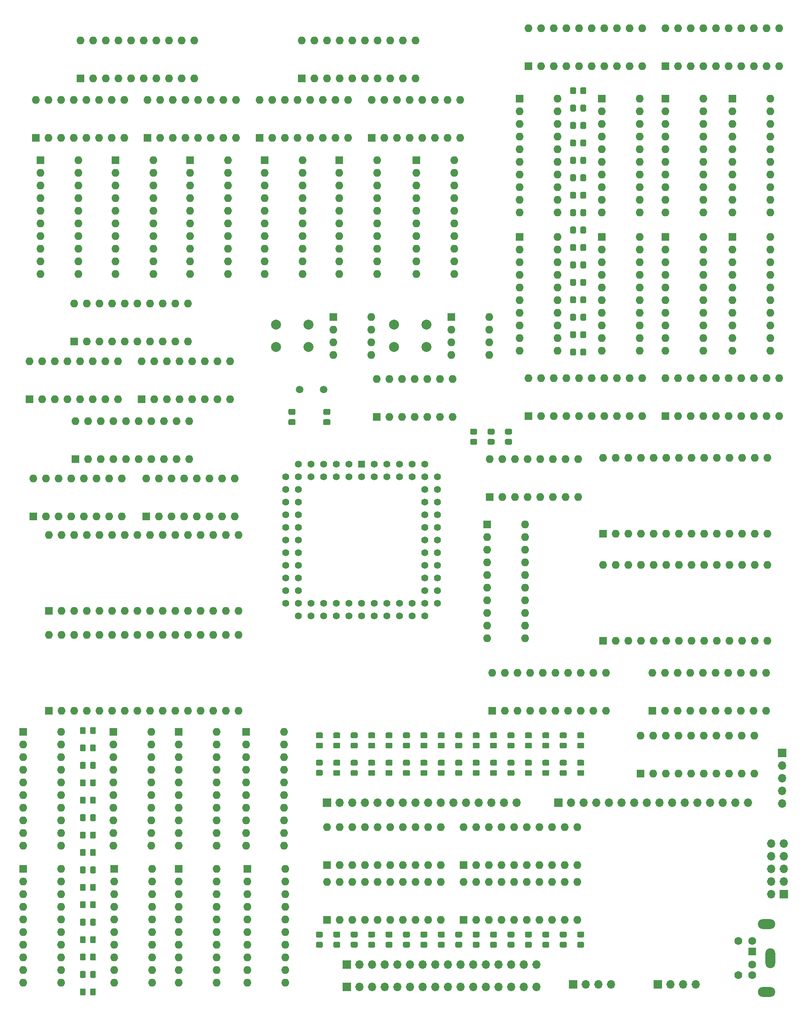
<source format=gbr>
%TF.GenerationSoftware,KiCad,Pcbnew,(5.1.10)-1*%
%TF.CreationDate,2022-03-07T13:42:18+08:00*%
%TF.ProjectId,MAX7000CPU-Gen2_5,4d415837-3030-4304-9350-552d47656e32,rev?*%
%TF.SameCoordinates,Original*%
%TF.FileFunction,Soldermask,Top*%
%TF.FilePolarity,Negative*%
%FSLAX46Y46*%
G04 Gerber Fmt 4.6, Leading zero omitted, Abs format (unit mm)*
G04 Created by KiCad (PCBNEW (5.1.10)-1) date 2022-03-07 13:42:18*
%MOMM*%
%LPD*%
G01*
G04 APERTURE LIST*
%ADD10O,1.700000X1.700000*%
%ADD11R,1.700000X1.700000*%
%ADD12C,1.500000*%
%ADD13O,1.600000X1.600000*%
%ADD14R,1.600000X1.600000*%
%ADD15C,1.422400*%
%ADD16R,1.422400X1.422400*%
%ADD17C,2.000000*%
%ADD18O,2.000000X4.000000*%
%ADD19C,1.600000*%
%ADD20O,3.500000X2.000000*%
G04 APERTURE END LIST*
%TO.C,D3*%
G36*
G01*
X-84950001Y-85950000D02*
X-84049999Y-85950000D01*
G75*
G02*
X-83800000Y-86199999I0J-249999D01*
G01*
X-83800000Y-86850001D01*
G75*
G02*
X-84049999Y-87100000I-249999J0D01*
G01*
X-84950001Y-87100000D01*
G75*
G02*
X-85200000Y-86850001I0J249999D01*
G01*
X-85200000Y-86199999D01*
G75*
G02*
X-84950001Y-85950000I249999J0D01*
G01*
G37*
G36*
G01*
X-84950001Y-83900000D02*
X-84049999Y-83900000D01*
G75*
G02*
X-83800000Y-84149999I0J-249999D01*
G01*
X-83800000Y-84800001D01*
G75*
G02*
X-84049999Y-85050000I-249999J0D01*
G01*
X-84950001Y-85050000D01*
G75*
G02*
X-85200000Y-84800001I0J249999D01*
G01*
X-85200000Y-84149999D01*
G75*
G02*
X-84950001Y-83900000I249999J0D01*
G01*
G37*
%TD*%
%TO.C,D2*%
G36*
G01*
X-81450001Y-85950000D02*
X-80549999Y-85950000D01*
G75*
G02*
X-80300000Y-86199999I0J-249999D01*
G01*
X-80300000Y-86850001D01*
G75*
G02*
X-80549999Y-87100000I-249999J0D01*
G01*
X-81450001Y-87100000D01*
G75*
G02*
X-81700000Y-86850001I0J249999D01*
G01*
X-81700000Y-86199999D01*
G75*
G02*
X-81450001Y-85950000I249999J0D01*
G01*
G37*
G36*
G01*
X-81450001Y-83900000D02*
X-80549999Y-83900000D01*
G75*
G02*
X-80300000Y-84149999I0J-249999D01*
G01*
X-80300000Y-84800001D01*
G75*
G02*
X-80549999Y-85050000I-249999J0D01*
G01*
X-81450001Y-85050000D01*
G75*
G02*
X-81700000Y-84800001I0J249999D01*
G01*
X-81700000Y-84149999D01*
G75*
G02*
X-81450001Y-83900000I249999J0D01*
G01*
G37*
%TD*%
%TO.C,D1*%
G36*
G01*
X-77950001Y-85950000D02*
X-77049999Y-85950000D01*
G75*
G02*
X-76800000Y-86199999I0J-249999D01*
G01*
X-76800000Y-86850001D01*
G75*
G02*
X-77049999Y-87100000I-249999J0D01*
G01*
X-77950001Y-87100000D01*
G75*
G02*
X-78200000Y-86850001I0J249999D01*
G01*
X-78200000Y-86199999D01*
G75*
G02*
X-77950001Y-85950000I249999J0D01*
G01*
G37*
G36*
G01*
X-77950001Y-83900000D02*
X-77049999Y-83900000D01*
G75*
G02*
X-76800000Y-84149999I0J-249999D01*
G01*
X-76800000Y-84800001D01*
G75*
G02*
X-77049999Y-85050000I-249999J0D01*
G01*
X-77950001Y-85050000D01*
G75*
G02*
X-78200000Y-84800001I0J249999D01*
G01*
X-78200000Y-84149999D01*
G75*
G02*
X-77950001Y-83900000I249999J0D01*
G01*
G37*
%TD*%
D10*
%TO.C,J8*%
X-71900000Y-191500000D03*
X-74440000Y-191500000D03*
X-76980000Y-191500000D03*
X-79520000Y-191500000D03*
X-82060000Y-191500000D03*
X-84600000Y-191500000D03*
X-87140000Y-191500000D03*
X-89680000Y-191500000D03*
X-92220000Y-191500000D03*
X-94760000Y-191500000D03*
X-97300000Y-191500000D03*
X-99840000Y-191500000D03*
X-102380000Y-191500000D03*
X-104920000Y-191500000D03*
X-107460000Y-191500000D03*
D11*
X-110000000Y-191500000D03*
%TD*%
D10*
%TO.C,J7*%
X-71900000Y-196000000D03*
X-74440000Y-196000000D03*
X-76980000Y-196000000D03*
X-79520000Y-196000000D03*
X-82060000Y-196000000D03*
X-84600000Y-196000000D03*
X-87140000Y-196000000D03*
X-89680000Y-196000000D03*
X-92220000Y-196000000D03*
X-94760000Y-196000000D03*
X-97300000Y-196000000D03*
X-99840000Y-196000000D03*
X-102380000Y-196000000D03*
X-104920000Y-196000000D03*
X-107460000Y-196000000D03*
D11*
X-110000000Y-196000000D03*
%TD*%
D10*
%TO.C,J6*%
X-39880000Y-195500000D03*
X-42420000Y-195500000D03*
X-44960000Y-195500000D03*
D11*
X-47500000Y-195500000D03*
%TD*%
D10*
%TO.C,J4*%
X-56880000Y-195500000D03*
X-59420000Y-195500000D03*
X-61960000Y-195500000D03*
D11*
X-64500000Y-195500000D03*
%TD*%
D10*
%TO.C,J3*%
X-75900000Y-159000000D03*
X-78440000Y-159000000D03*
X-80980000Y-159000000D03*
X-83520000Y-159000000D03*
X-86060000Y-159000000D03*
X-88600000Y-159000000D03*
X-91140000Y-159000000D03*
X-93680000Y-159000000D03*
X-96220000Y-159000000D03*
X-98760000Y-159000000D03*
X-101300000Y-159000000D03*
X-103840000Y-159000000D03*
X-106380000Y-159000000D03*
X-108920000Y-159000000D03*
X-111460000Y-159000000D03*
D11*
X-114000000Y-159000000D03*
%TD*%
D10*
%TO.C,J2*%
X-29400000Y-159000000D03*
X-31940000Y-159000000D03*
X-34480000Y-159000000D03*
X-37020000Y-159000000D03*
X-39560000Y-159000000D03*
X-42100000Y-159000000D03*
X-44640000Y-159000000D03*
X-47180000Y-159000000D03*
X-49720000Y-159000000D03*
X-52260000Y-159000000D03*
X-54800000Y-159000000D03*
X-57340000Y-159000000D03*
X-59880000Y-159000000D03*
X-62420000Y-159000000D03*
X-64960000Y-159000000D03*
D11*
X-67500000Y-159000000D03*
%TD*%
D12*
%TO.C,Y1*%
X-114620000Y-76000000D03*
X-119500000Y-76000000D03*
%TD*%
D13*
%TO.C,U55*%
X-150250000Y-93880000D03*
X-132470000Y-101500000D03*
X-147710000Y-93880000D03*
X-135010000Y-101500000D03*
X-145170000Y-93880000D03*
X-137550000Y-101500000D03*
X-142630000Y-93880000D03*
X-140090000Y-101500000D03*
X-140090000Y-93880000D03*
X-142630000Y-101500000D03*
X-137550000Y-93880000D03*
X-145170000Y-101500000D03*
X-135010000Y-93880000D03*
X-147710000Y-101500000D03*
X-132470000Y-93880000D03*
D14*
X-150250000Y-101500000D03*
%TD*%
D13*
%TO.C,U54*%
X-164750000Y-58750000D03*
X-141890000Y-66370000D03*
X-162210000Y-58750000D03*
X-144430000Y-66370000D03*
X-159670000Y-58750000D03*
X-146970000Y-66370000D03*
X-157130000Y-58750000D03*
X-149510000Y-66370000D03*
X-154590000Y-58750000D03*
X-152050000Y-66370000D03*
X-152050000Y-58750000D03*
X-154590000Y-66370000D03*
X-149510000Y-58750000D03*
X-157130000Y-66370000D03*
X-146970000Y-58750000D03*
X-159670000Y-66370000D03*
X-144430000Y-58750000D03*
X-162210000Y-66370000D03*
X-141890000Y-58750000D03*
D14*
X-164750000Y-66370000D03*
%TD*%
D13*
%TO.C,U53*%
X-173000000Y-93880000D03*
X-155220000Y-101500000D03*
X-170460000Y-93880000D03*
X-157760000Y-101500000D03*
X-167920000Y-93880000D03*
X-160300000Y-101500000D03*
X-165380000Y-93880000D03*
X-162840000Y-101500000D03*
X-162840000Y-93880000D03*
X-165380000Y-101500000D03*
X-160300000Y-93880000D03*
X-167920000Y-101500000D03*
X-157760000Y-93880000D03*
X-170460000Y-101500000D03*
X-155220000Y-93880000D03*
D14*
X-173000000Y-101500000D03*
%TD*%
D13*
%TO.C,U52*%
X-151250000Y-70380000D03*
X-133470000Y-78000000D03*
X-148710000Y-70380000D03*
X-136010000Y-78000000D03*
X-146170000Y-70380000D03*
X-138550000Y-78000000D03*
X-143630000Y-70380000D03*
X-141090000Y-78000000D03*
X-141090000Y-70380000D03*
X-143630000Y-78000000D03*
X-138550000Y-70380000D03*
X-146170000Y-78000000D03*
X-136010000Y-70380000D03*
X-148710000Y-78000000D03*
X-133470000Y-70380000D03*
D14*
X-151250000Y-78000000D03*
%TD*%
D13*
%TO.C,U51*%
X-164500000Y-82380000D03*
X-141640000Y-90000000D03*
X-161960000Y-82380000D03*
X-144180000Y-90000000D03*
X-159420000Y-82380000D03*
X-146720000Y-90000000D03*
X-156880000Y-82380000D03*
X-149260000Y-90000000D03*
X-154340000Y-82380000D03*
X-151800000Y-90000000D03*
X-151800000Y-82380000D03*
X-154340000Y-90000000D03*
X-149260000Y-82380000D03*
X-156880000Y-90000000D03*
X-146720000Y-82380000D03*
X-159420000Y-90000000D03*
X-144180000Y-82380000D03*
X-161960000Y-90000000D03*
X-141640000Y-82380000D03*
D14*
X-164500000Y-90000000D03*
%TD*%
D13*
%TO.C,U50*%
X-173750000Y-70380000D03*
X-155970000Y-78000000D03*
X-171210000Y-70380000D03*
X-158510000Y-78000000D03*
X-168670000Y-70380000D03*
X-161050000Y-78000000D03*
X-166130000Y-70380000D03*
X-163590000Y-78000000D03*
X-163590000Y-70380000D03*
X-166130000Y-78000000D03*
X-161050000Y-70380000D03*
X-168670000Y-78000000D03*
X-158510000Y-70380000D03*
X-171210000Y-78000000D03*
X-155970000Y-70380000D03*
D14*
X-173750000Y-78000000D03*
%TD*%
D13*
%TO.C,U49*%
X-48600000Y-132880000D03*
X-25740000Y-140500000D03*
X-46060000Y-132880000D03*
X-28280000Y-140500000D03*
X-43520000Y-132880000D03*
X-30820000Y-140500000D03*
X-40980000Y-132880000D03*
X-33360000Y-140500000D03*
X-38440000Y-132880000D03*
X-35900000Y-140500000D03*
X-35900000Y-132880000D03*
X-38440000Y-140500000D03*
X-33360000Y-132880000D03*
X-40980000Y-140500000D03*
X-30820000Y-132880000D03*
X-43520000Y-140500000D03*
X-28280000Y-132880000D03*
X-46060000Y-140500000D03*
X-25740000Y-132880000D03*
D14*
X-48600000Y-140500000D03*
%TD*%
D13*
%TO.C,U48*%
X-80800000Y-132880000D03*
X-57940000Y-140500000D03*
X-78260000Y-132880000D03*
X-60480000Y-140500000D03*
X-75720000Y-132880000D03*
X-63020000Y-140500000D03*
X-73180000Y-132880000D03*
X-65560000Y-140500000D03*
X-70640000Y-132880000D03*
X-68100000Y-140500000D03*
X-68100000Y-132880000D03*
X-70640000Y-140500000D03*
X-65560000Y-132880000D03*
X-73180000Y-140500000D03*
X-63020000Y-132880000D03*
X-75720000Y-140500000D03*
X-60480000Y-132880000D03*
X-78260000Y-140500000D03*
X-57940000Y-132880000D03*
D14*
X-80800000Y-140500000D03*
%TD*%
D13*
%TO.C,U47*%
X-58500000Y-89760000D03*
X-25480000Y-105000000D03*
X-55960000Y-89760000D03*
X-28020000Y-105000000D03*
X-53420000Y-89760000D03*
X-30560000Y-105000000D03*
X-50880000Y-89760000D03*
X-33100000Y-105000000D03*
X-48340000Y-89760000D03*
X-35640000Y-105000000D03*
X-45800000Y-89760000D03*
X-38180000Y-105000000D03*
X-43260000Y-89760000D03*
X-40720000Y-105000000D03*
X-40720000Y-89760000D03*
X-43260000Y-105000000D03*
X-38180000Y-89760000D03*
X-45800000Y-105000000D03*
X-35640000Y-89760000D03*
X-48340000Y-105000000D03*
X-33100000Y-89760000D03*
X-50880000Y-105000000D03*
X-30560000Y-89760000D03*
X-53420000Y-105000000D03*
X-28020000Y-89760000D03*
X-55960000Y-105000000D03*
X-25480000Y-89760000D03*
D14*
X-58500000Y-105000000D03*
%TD*%
D13*
%TO.C,U46*%
X-58500000Y-111260000D03*
X-25480000Y-126500000D03*
X-55960000Y-111260000D03*
X-28020000Y-126500000D03*
X-53420000Y-111260000D03*
X-30560000Y-126500000D03*
X-50880000Y-111260000D03*
X-33100000Y-126500000D03*
X-48340000Y-111260000D03*
X-35640000Y-126500000D03*
X-45800000Y-111260000D03*
X-38180000Y-126500000D03*
X-43260000Y-111260000D03*
X-40720000Y-126500000D03*
X-40720000Y-111260000D03*
X-43260000Y-126500000D03*
X-38180000Y-111260000D03*
X-45800000Y-126500000D03*
X-35640000Y-111260000D03*
X-48340000Y-126500000D03*
X-33100000Y-111260000D03*
X-50880000Y-126500000D03*
X-30560000Y-111260000D03*
X-53420000Y-126500000D03*
X-28020000Y-111260000D03*
X-55960000Y-126500000D03*
X-25480000Y-111260000D03*
D14*
X-58500000Y-126500000D03*
%TD*%
D15*
%TO.C,U45*%
X-91760000Y-96080000D03*
X-91760000Y-98620000D03*
X-91760000Y-101160000D03*
X-91760000Y-103700000D03*
X-91760000Y-106240000D03*
X-91760000Y-108780000D03*
X-91760000Y-111320000D03*
X-91760000Y-113860000D03*
X-91760000Y-116400000D03*
X-91760000Y-118940000D03*
X-94300000Y-96080000D03*
X-94300000Y-98620000D03*
X-94300000Y-101160000D03*
X-94300000Y-103700000D03*
X-94300000Y-106240000D03*
X-94300000Y-108780000D03*
X-94300000Y-111320000D03*
X-94300000Y-113860000D03*
X-94300000Y-116400000D03*
X-94300000Y-118940000D03*
X-94300000Y-121480000D03*
X-96840000Y-121480000D03*
X-99380000Y-121480000D03*
X-101920000Y-121480000D03*
X-104460000Y-121480000D03*
X-107000000Y-121480000D03*
X-109540000Y-121480000D03*
X-112080000Y-121480000D03*
X-114620000Y-121480000D03*
X-117160000Y-121480000D03*
X-119700000Y-121480000D03*
X-96840000Y-118940000D03*
X-99380000Y-118940000D03*
X-101920000Y-118940000D03*
X-104460000Y-118940000D03*
X-107000000Y-118940000D03*
X-109540000Y-118940000D03*
X-112080000Y-118940000D03*
X-114620000Y-118940000D03*
X-117160000Y-118940000D03*
X-119700000Y-118940000D03*
X-122240000Y-118940000D03*
X-122240000Y-116400000D03*
X-122240000Y-113860000D03*
X-122240000Y-111320000D03*
X-122240000Y-108780000D03*
X-122240000Y-106240000D03*
X-122240000Y-103700000D03*
X-122240000Y-101160000D03*
X-122240000Y-98620000D03*
X-122240000Y-96080000D03*
X-122240000Y-93540000D03*
X-119700000Y-116400000D03*
X-119700000Y-113860000D03*
X-119700000Y-111320000D03*
X-119700000Y-108780000D03*
X-119700000Y-106240000D03*
X-119700000Y-103700000D03*
X-119700000Y-101160000D03*
X-119700000Y-98620000D03*
X-119700000Y-96080000D03*
X-119700000Y-93540000D03*
X-94300000Y-91000000D03*
X-96840000Y-91000000D03*
X-99380000Y-91000000D03*
X-101920000Y-91000000D03*
X-104460000Y-91000000D03*
X-119700000Y-91000000D03*
X-117160000Y-91000000D03*
X-114620000Y-91000000D03*
X-112080000Y-91000000D03*
X-109540000Y-91000000D03*
D16*
X-107000000Y-91000000D03*
D15*
X-91760000Y-93540000D03*
X-94300000Y-93540000D03*
X-96840000Y-93540000D03*
X-99380000Y-93540000D03*
X-101920000Y-93540000D03*
X-104460000Y-93540000D03*
X-117160000Y-93540000D03*
X-114620000Y-93540000D03*
X-112080000Y-93540000D03*
X-109540000Y-93540000D03*
X-107000000Y-93540000D03*
%TD*%
D13*
%TO.C,U44*%
X-38380000Y-45350000D03*
X-46000000Y-68210000D03*
X-38380000Y-47890000D03*
X-46000000Y-65670000D03*
X-38380000Y-50430000D03*
X-46000000Y-63130000D03*
X-38380000Y-52970000D03*
X-46000000Y-60590000D03*
X-38380000Y-55510000D03*
X-46000000Y-58050000D03*
X-38380000Y-58050000D03*
X-46000000Y-55510000D03*
X-38380000Y-60590000D03*
X-46000000Y-52970000D03*
X-38380000Y-63130000D03*
X-46000000Y-50430000D03*
X-38380000Y-65670000D03*
X-46000000Y-47890000D03*
X-38380000Y-68210000D03*
D14*
X-46000000Y-45350000D03*
%TD*%
D13*
%TO.C,U43*%
X-38380000Y-17600000D03*
X-46000000Y-40460000D03*
X-38380000Y-20140000D03*
X-46000000Y-37920000D03*
X-38380000Y-22680000D03*
X-46000000Y-35380000D03*
X-38380000Y-25220000D03*
X-46000000Y-32840000D03*
X-38380000Y-27760000D03*
X-46000000Y-30300000D03*
X-38380000Y-30300000D03*
X-46000000Y-27760000D03*
X-38380000Y-32840000D03*
X-46000000Y-25220000D03*
X-38380000Y-35380000D03*
X-46000000Y-22680000D03*
X-38380000Y-37920000D03*
X-46000000Y-20140000D03*
X-38380000Y-40460000D03*
D14*
X-46000000Y-17600000D03*
%TD*%
D13*
%TO.C,U42*%
X-51130000Y-45350000D03*
X-58750000Y-68210000D03*
X-51130000Y-47890000D03*
X-58750000Y-65670000D03*
X-51130000Y-50430000D03*
X-58750000Y-63130000D03*
X-51130000Y-52970000D03*
X-58750000Y-60590000D03*
X-51130000Y-55510000D03*
X-58750000Y-58050000D03*
X-51130000Y-58050000D03*
X-58750000Y-55510000D03*
X-51130000Y-60590000D03*
X-58750000Y-52970000D03*
X-51130000Y-63130000D03*
X-58750000Y-50430000D03*
X-51130000Y-65670000D03*
X-58750000Y-47890000D03*
X-51130000Y-68210000D03*
D14*
X-58750000Y-45350000D03*
%TD*%
D13*
%TO.C,U41*%
X-51130000Y-17600000D03*
X-58750000Y-40460000D03*
X-51130000Y-20140000D03*
X-58750000Y-37920000D03*
X-51130000Y-22680000D03*
X-58750000Y-35380000D03*
X-51130000Y-25220000D03*
X-58750000Y-32840000D03*
X-51130000Y-27760000D03*
X-58750000Y-30300000D03*
X-51130000Y-30300000D03*
X-58750000Y-27760000D03*
X-51130000Y-32840000D03*
X-58750000Y-25220000D03*
X-51130000Y-35380000D03*
X-58750000Y-22680000D03*
X-51130000Y-37920000D03*
X-58750000Y-20140000D03*
X-51130000Y-40460000D03*
D14*
X-58750000Y-17600000D03*
%TD*%
D13*
%TO.C,U40*%
X-74180000Y-103100000D03*
X-81800000Y-125960000D03*
X-74180000Y-105640000D03*
X-81800000Y-123420000D03*
X-74180000Y-108180000D03*
X-81800000Y-120880000D03*
X-74180000Y-110720000D03*
X-81800000Y-118340000D03*
X-74180000Y-113260000D03*
X-81800000Y-115800000D03*
X-74180000Y-115800000D03*
X-81800000Y-113260000D03*
X-74180000Y-118340000D03*
X-81800000Y-110720000D03*
X-74180000Y-120880000D03*
X-81800000Y-108180000D03*
X-74180000Y-123420000D03*
X-81800000Y-105640000D03*
X-74180000Y-125960000D03*
D14*
X-81800000Y-103100000D03*
%TD*%
D13*
%TO.C,U39*%
X-46000000Y-3480000D03*
X-23140000Y-11100000D03*
X-43460000Y-3480000D03*
X-25680000Y-11100000D03*
X-40920000Y-3480000D03*
X-28220000Y-11100000D03*
X-38380000Y-3480000D03*
X-30760000Y-11100000D03*
X-35840000Y-3480000D03*
X-33300000Y-11100000D03*
X-33300000Y-3480000D03*
X-35840000Y-11100000D03*
X-30760000Y-3480000D03*
X-38380000Y-11100000D03*
X-28220000Y-3480000D03*
X-40920000Y-11100000D03*
X-25680000Y-3480000D03*
X-43460000Y-11100000D03*
X-23140000Y-3480000D03*
D14*
X-46000000Y-11100000D03*
%TD*%
D13*
%TO.C,U38*%
X-46000000Y-73730000D03*
X-23140000Y-81350000D03*
X-43460000Y-73730000D03*
X-25680000Y-81350000D03*
X-40920000Y-73730000D03*
X-28220000Y-81350000D03*
X-38380000Y-73730000D03*
X-30760000Y-81350000D03*
X-35840000Y-73730000D03*
X-33300000Y-81350000D03*
X-33300000Y-73730000D03*
X-35840000Y-81350000D03*
X-30760000Y-73730000D03*
X-38380000Y-81350000D03*
X-28220000Y-73730000D03*
X-40920000Y-81350000D03*
X-25680000Y-73730000D03*
X-43460000Y-81350000D03*
X-23140000Y-73730000D03*
D14*
X-46000000Y-81350000D03*
%TD*%
D13*
%TO.C,U37*%
X-67630000Y-45350000D03*
X-75250000Y-68210000D03*
X-67630000Y-47890000D03*
X-75250000Y-65670000D03*
X-67630000Y-50430000D03*
X-75250000Y-63130000D03*
X-67630000Y-52970000D03*
X-75250000Y-60590000D03*
X-67630000Y-55510000D03*
X-75250000Y-58050000D03*
X-67630000Y-58050000D03*
X-75250000Y-55510000D03*
X-67630000Y-60590000D03*
X-75250000Y-52970000D03*
X-67630000Y-63130000D03*
X-75250000Y-50430000D03*
X-67630000Y-65670000D03*
X-75250000Y-47890000D03*
X-67630000Y-68210000D03*
D14*
X-75250000Y-45350000D03*
%TD*%
D13*
%TO.C,U36*%
X-51000000Y-145500000D03*
X-28140000Y-153120000D03*
X-48460000Y-145500000D03*
X-30680000Y-153120000D03*
X-45920000Y-145500000D03*
X-33220000Y-153120000D03*
X-43380000Y-145500000D03*
X-35760000Y-153120000D03*
X-40840000Y-145500000D03*
X-38300000Y-153120000D03*
X-38300000Y-145500000D03*
X-40840000Y-153120000D03*
X-35760000Y-145500000D03*
X-43380000Y-153120000D03*
X-33220000Y-145500000D03*
X-45920000Y-153120000D03*
X-30680000Y-145500000D03*
X-48460000Y-153120000D03*
X-28140000Y-145500000D03*
D14*
X-51000000Y-153120000D03*
%TD*%
D13*
%TO.C,U35*%
X-73500000Y-3480000D03*
X-50640000Y-11100000D03*
X-70960000Y-3480000D03*
X-53180000Y-11100000D03*
X-68420000Y-3480000D03*
X-55720000Y-11100000D03*
X-65880000Y-3480000D03*
X-58260000Y-11100000D03*
X-63340000Y-3480000D03*
X-60800000Y-11100000D03*
X-60800000Y-3480000D03*
X-63340000Y-11100000D03*
X-58260000Y-3480000D03*
X-65880000Y-11100000D03*
X-55720000Y-3480000D03*
X-68420000Y-11100000D03*
X-53180000Y-3480000D03*
X-70960000Y-11100000D03*
X-50640000Y-3480000D03*
D14*
X-73500000Y-11100000D03*
%TD*%
D13*
%TO.C,U34*%
X-73500000Y-73730000D03*
X-50640000Y-81350000D03*
X-70960000Y-73730000D03*
X-53180000Y-81350000D03*
X-68420000Y-73730000D03*
X-55720000Y-81350000D03*
X-65880000Y-73730000D03*
X-58260000Y-81350000D03*
X-63340000Y-73730000D03*
X-60800000Y-81350000D03*
X-60800000Y-73730000D03*
X-63340000Y-81350000D03*
X-58260000Y-73730000D03*
X-65880000Y-81350000D03*
X-55720000Y-73730000D03*
X-68420000Y-81350000D03*
X-53180000Y-73730000D03*
X-70960000Y-81350000D03*
X-50640000Y-73730000D03*
D14*
X-73500000Y-81350000D03*
%TD*%
D13*
%TO.C,U33*%
X-67630000Y-17600000D03*
X-75250000Y-40460000D03*
X-67630000Y-20140000D03*
X-75250000Y-37920000D03*
X-67630000Y-22680000D03*
X-75250000Y-35380000D03*
X-67630000Y-25220000D03*
X-75250000Y-32840000D03*
X-67630000Y-27760000D03*
X-75250000Y-30300000D03*
X-67630000Y-30300000D03*
X-75250000Y-27760000D03*
X-67630000Y-32840000D03*
X-75250000Y-25220000D03*
X-67630000Y-35380000D03*
X-75250000Y-22680000D03*
X-67630000Y-37920000D03*
X-75250000Y-20140000D03*
X-67630000Y-40460000D03*
D14*
X-75250000Y-17600000D03*
%TD*%
D13*
%TO.C,U32*%
X-24880000Y-45350000D03*
X-32500000Y-68210000D03*
X-24880000Y-47890000D03*
X-32500000Y-65670000D03*
X-24880000Y-50430000D03*
X-32500000Y-63130000D03*
X-24880000Y-52970000D03*
X-32500000Y-60590000D03*
X-24880000Y-55510000D03*
X-32500000Y-58050000D03*
X-24880000Y-58050000D03*
X-32500000Y-55510000D03*
X-24880000Y-60590000D03*
X-32500000Y-52970000D03*
X-24880000Y-63130000D03*
X-32500000Y-50430000D03*
X-24880000Y-65670000D03*
X-32500000Y-47890000D03*
X-24880000Y-68210000D03*
D14*
X-32500000Y-45350000D03*
%TD*%
D13*
%TO.C,U31*%
X-24880000Y-17600000D03*
X-32500000Y-40460000D03*
X-24880000Y-20140000D03*
X-32500000Y-37920000D03*
X-24880000Y-22680000D03*
X-32500000Y-35380000D03*
X-24880000Y-25220000D03*
X-32500000Y-32840000D03*
X-24880000Y-27760000D03*
X-32500000Y-30300000D03*
X-24880000Y-30300000D03*
X-32500000Y-27760000D03*
X-24880000Y-32840000D03*
X-32500000Y-25220000D03*
X-24880000Y-35380000D03*
X-32500000Y-22680000D03*
X-24880000Y-37920000D03*
X-32500000Y-20140000D03*
X-24880000Y-40460000D03*
D14*
X-32500000Y-17600000D03*
%TD*%
D13*
%TO.C,U30*%
X-136130000Y-172250000D03*
X-143750000Y-195110000D03*
X-136130000Y-174790000D03*
X-143750000Y-192570000D03*
X-136130000Y-177330000D03*
X-143750000Y-190030000D03*
X-136130000Y-179870000D03*
X-143750000Y-187490000D03*
X-136130000Y-182410000D03*
X-143750000Y-184950000D03*
X-136130000Y-184950000D03*
X-143750000Y-182410000D03*
X-136130000Y-187490000D03*
X-143750000Y-179870000D03*
X-136130000Y-190030000D03*
X-143750000Y-177330000D03*
X-136130000Y-192570000D03*
X-143750000Y-174790000D03*
X-136130000Y-195110000D03*
D14*
X-143750000Y-172250000D03*
%TD*%
D13*
%TO.C,U29*%
X-149130000Y-172250000D03*
X-156750000Y-195110000D03*
X-149130000Y-174790000D03*
X-156750000Y-192570000D03*
X-149130000Y-177330000D03*
X-156750000Y-190030000D03*
X-149130000Y-179870000D03*
X-156750000Y-187490000D03*
X-149130000Y-182410000D03*
X-156750000Y-184950000D03*
X-149130000Y-184950000D03*
X-156750000Y-182410000D03*
X-149130000Y-187490000D03*
X-156750000Y-179870000D03*
X-149130000Y-190030000D03*
X-156750000Y-177330000D03*
X-149130000Y-192570000D03*
X-156750000Y-174790000D03*
X-149130000Y-195110000D03*
D14*
X-156750000Y-172250000D03*
%TD*%
D13*
%TO.C,U28*%
X-122380000Y-172250000D03*
X-130000000Y-195110000D03*
X-122380000Y-174790000D03*
X-130000000Y-192570000D03*
X-122380000Y-177330000D03*
X-130000000Y-190030000D03*
X-122380000Y-179870000D03*
X-130000000Y-187490000D03*
X-122380000Y-182410000D03*
X-130000000Y-184950000D03*
X-122380000Y-184950000D03*
X-130000000Y-182410000D03*
X-122380000Y-187490000D03*
X-130000000Y-179870000D03*
X-122380000Y-190030000D03*
X-130000000Y-177330000D03*
X-122380000Y-192570000D03*
X-130000000Y-174790000D03*
X-122380000Y-195110000D03*
D14*
X-130000000Y-172250000D03*
%TD*%
D13*
%TO.C,U27*%
X-167380000Y-172250000D03*
X-175000000Y-195110000D03*
X-167380000Y-174790000D03*
X-175000000Y-192570000D03*
X-167380000Y-177330000D03*
X-175000000Y-190030000D03*
X-167380000Y-179870000D03*
X-175000000Y-187490000D03*
X-167380000Y-182410000D03*
X-175000000Y-184950000D03*
X-167380000Y-184950000D03*
X-175000000Y-182410000D03*
X-167380000Y-187490000D03*
X-175000000Y-179870000D03*
X-167380000Y-190030000D03*
X-175000000Y-177330000D03*
X-167380000Y-192570000D03*
X-175000000Y-174790000D03*
X-167380000Y-195110000D03*
D14*
X-175000000Y-172250000D03*
%TD*%
D13*
%TO.C,U26*%
X-169830000Y-125260000D03*
X-131730000Y-140500000D03*
X-167290000Y-125260000D03*
X-134270000Y-140500000D03*
X-164750000Y-125260000D03*
X-136810000Y-140500000D03*
X-162210000Y-125260000D03*
X-139350000Y-140500000D03*
X-159670000Y-125260000D03*
X-141890000Y-140500000D03*
X-157130000Y-125260000D03*
X-144430000Y-140500000D03*
X-154590000Y-125260000D03*
X-146970000Y-140500000D03*
X-152050000Y-125260000D03*
X-149510000Y-140500000D03*
X-149510000Y-125260000D03*
X-152050000Y-140500000D03*
X-146970000Y-125260000D03*
X-154590000Y-140500000D03*
X-144430000Y-125260000D03*
X-157130000Y-140500000D03*
X-141890000Y-125260000D03*
X-159670000Y-140500000D03*
X-139350000Y-125260000D03*
X-162210000Y-140500000D03*
X-136810000Y-125260000D03*
X-164750000Y-140500000D03*
X-134270000Y-125260000D03*
X-167290000Y-140500000D03*
X-131730000Y-125260000D03*
D14*
X-169830000Y-140500000D03*
%TD*%
D13*
%TO.C,U25*%
X-167380000Y-144750000D03*
X-175000000Y-167610000D03*
X-167380000Y-147290000D03*
X-175000000Y-165070000D03*
X-167380000Y-149830000D03*
X-175000000Y-162530000D03*
X-167380000Y-152370000D03*
X-175000000Y-159990000D03*
X-167380000Y-154910000D03*
X-175000000Y-157450000D03*
X-167380000Y-157450000D03*
X-175000000Y-154910000D03*
X-167380000Y-159990000D03*
X-175000000Y-152370000D03*
X-167380000Y-162530000D03*
X-175000000Y-149830000D03*
X-167380000Y-165070000D03*
X-175000000Y-147290000D03*
X-167380000Y-167610000D03*
D14*
X-175000000Y-144750000D03*
%TD*%
D13*
%TO.C,U24*%
X-136130000Y-144750000D03*
X-143750000Y-167610000D03*
X-136130000Y-147290000D03*
X-143750000Y-165070000D03*
X-136130000Y-149830000D03*
X-143750000Y-162530000D03*
X-136130000Y-152370000D03*
X-143750000Y-159990000D03*
X-136130000Y-154910000D03*
X-143750000Y-157450000D03*
X-136130000Y-157450000D03*
X-143750000Y-154910000D03*
X-136130000Y-159990000D03*
X-143750000Y-152370000D03*
X-136130000Y-162530000D03*
X-143750000Y-149830000D03*
X-136130000Y-165070000D03*
X-143750000Y-147290000D03*
X-136130000Y-167610000D03*
D14*
X-143750000Y-144750000D03*
%TD*%
D13*
%TO.C,U23*%
X-149230000Y-144750000D03*
X-156850000Y-167610000D03*
X-149230000Y-147290000D03*
X-156850000Y-165070000D03*
X-149230000Y-149830000D03*
X-156850000Y-162530000D03*
X-149230000Y-152370000D03*
X-156850000Y-159990000D03*
X-149230000Y-154910000D03*
X-156850000Y-157450000D03*
X-149230000Y-157450000D03*
X-156850000Y-154910000D03*
X-149230000Y-159990000D03*
X-156850000Y-152370000D03*
X-149230000Y-162530000D03*
X-156850000Y-149830000D03*
X-149230000Y-165070000D03*
X-156850000Y-147290000D03*
X-149230000Y-167610000D03*
D14*
X-156850000Y-144750000D03*
%TD*%
D13*
%TO.C,U22*%
X-122630000Y-144750000D03*
X-130250000Y-167610000D03*
X-122630000Y-147290000D03*
X-130250000Y-165070000D03*
X-122630000Y-149830000D03*
X-130250000Y-162530000D03*
X-122630000Y-152370000D03*
X-130250000Y-159990000D03*
X-122630000Y-154910000D03*
X-130250000Y-157450000D03*
X-122630000Y-157450000D03*
X-130250000Y-154910000D03*
X-122630000Y-159990000D03*
X-130250000Y-152370000D03*
X-122630000Y-162530000D03*
X-130250000Y-149830000D03*
X-122630000Y-165070000D03*
X-130250000Y-147290000D03*
X-122630000Y-167610000D03*
D14*
X-130250000Y-144750000D03*
%TD*%
D13*
%TO.C,U21*%
X-169830000Y-105260000D03*
X-131730000Y-120500000D03*
X-167290000Y-105260000D03*
X-134270000Y-120500000D03*
X-164750000Y-105260000D03*
X-136810000Y-120500000D03*
X-162210000Y-105260000D03*
X-139350000Y-120500000D03*
X-159670000Y-105260000D03*
X-141890000Y-120500000D03*
X-157130000Y-105260000D03*
X-144430000Y-120500000D03*
X-154590000Y-105260000D03*
X-146970000Y-120500000D03*
X-152050000Y-105260000D03*
X-149510000Y-120500000D03*
X-149510000Y-105260000D03*
X-152050000Y-120500000D03*
X-146970000Y-105260000D03*
X-154590000Y-120500000D03*
X-144430000Y-105260000D03*
X-157130000Y-120500000D03*
X-141890000Y-105260000D03*
X-159670000Y-120500000D03*
X-139350000Y-105260000D03*
X-162210000Y-120500000D03*
X-136810000Y-105260000D03*
X-164750000Y-120500000D03*
X-134270000Y-105260000D03*
X-167290000Y-120500000D03*
X-131730000Y-105260000D03*
D14*
X-169830000Y-120500000D03*
%TD*%
D13*
%TO.C,U20*%
X-86500000Y-174880000D03*
X-63640000Y-182500000D03*
X-83960000Y-174880000D03*
X-66180000Y-182500000D03*
X-81420000Y-174880000D03*
X-68720000Y-182500000D03*
X-78880000Y-174880000D03*
X-71260000Y-182500000D03*
X-76340000Y-174880000D03*
X-73800000Y-182500000D03*
X-73800000Y-174880000D03*
X-76340000Y-182500000D03*
X-71260000Y-174880000D03*
X-78880000Y-182500000D03*
X-68720000Y-174880000D03*
X-81420000Y-182500000D03*
X-66180000Y-174880000D03*
X-83960000Y-182500000D03*
X-63640000Y-174880000D03*
D14*
X-86500000Y-182500000D03*
%TD*%
D13*
%TO.C,U19*%
X-86500000Y-163880000D03*
X-63640000Y-171500000D03*
X-83960000Y-163880000D03*
X-66180000Y-171500000D03*
X-81420000Y-163880000D03*
X-68720000Y-171500000D03*
X-78880000Y-163880000D03*
X-71260000Y-171500000D03*
X-76340000Y-163880000D03*
X-73800000Y-171500000D03*
X-73800000Y-163880000D03*
X-76340000Y-171500000D03*
X-71260000Y-163880000D03*
X-78880000Y-171500000D03*
X-68720000Y-163880000D03*
X-81420000Y-171500000D03*
X-66180000Y-163880000D03*
X-83960000Y-171500000D03*
X-63640000Y-163880000D03*
D14*
X-86500000Y-171500000D03*
%TD*%
D13*
%TO.C,U18*%
X-114000000Y-174880000D03*
X-91140000Y-182500000D03*
X-111460000Y-174880000D03*
X-93680000Y-182500000D03*
X-108920000Y-174880000D03*
X-96220000Y-182500000D03*
X-106380000Y-174880000D03*
X-98760000Y-182500000D03*
X-103840000Y-174880000D03*
X-101300000Y-182500000D03*
X-101300000Y-174880000D03*
X-103840000Y-182500000D03*
X-98760000Y-174880000D03*
X-106380000Y-182500000D03*
X-96220000Y-174880000D03*
X-108920000Y-182500000D03*
X-93680000Y-174880000D03*
X-111460000Y-182500000D03*
X-91140000Y-174880000D03*
D14*
X-114000000Y-182500000D03*
%TD*%
D13*
%TO.C,U17*%
X-114000000Y-163880000D03*
X-91140000Y-171500000D03*
X-111460000Y-163880000D03*
X-93680000Y-171500000D03*
X-108920000Y-163880000D03*
X-96220000Y-171500000D03*
X-106380000Y-163880000D03*
X-98760000Y-171500000D03*
X-103840000Y-163880000D03*
X-101300000Y-171500000D03*
X-101300000Y-163880000D03*
X-103840000Y-171500000D03*
X-98760000Y-163880000D03*
X-106380000Y-171500000D03*
X-96220000Y-163880000D03*
X-108920000Y-171500000D03*
X-93680000Y-163880000D03*
X-111460000Y-171500000D03*
X-91140000Y-163880000D03*
D14*
X-114000000Y-171500000D03*
%TD*%
D13*
%TO.C,U16*%
X-81270000Y-89980000D03*
X-63490000Y-97600000D03*
X-78730000Y-89980000D03*
X-66030000Y-97600000D03*
X-76190000Y-89980000D03*
X-68570000Y-97600000D03*
X-73650000Y-89980000D03*
X-71110000Y-97600000D03*
X-71110000Y-89980000D03*
X-73650000Y-97600000D03*
X-68570000Y-89980000D03*
X-76190000Y-97600000D03*
X-66030000Y-89980000D03*
X-78730000Y-97600000D03*
X-63490000Y-89980000D03*
D14*
X-81270000Y-97600000D03*
%TD*%
D13*
%TO.C,U15*%
X-105000000Y-17880000D03*
X-87220000Y-25500000D03*
X-102460000Y-17880000D03*
X-89760000Y-25500000D03*
X-99920000Y-17880000D03*
X-92300000Y-25500000D03*
X-97380000Y-17880000D03*
X-94840000Y-25500000D03*
X-94840000Y-17880000D03*
X-97380000Y-25500000D03*
X-92300000Y-17880000D03*
X-99920000Y-25500000D03*
X-89760000Y-17880000D03*
X-102460000Y-25500000D03*
X-87220000Y-17880000D03*
D14*
X-105000000Y-25500000D03*
%TD*%
D13*
%TO.C,U14*%
X-119000000Y-5880000D03*
X-96140000Y-13500000D03*
X-116460000Y-5880000D03*
X-98680000Y-13500000D03*
X-113920000Y-5880000D03*
X-101220000Y-13500000D03*
X-111380000Y-5880000D03*
X-103760000Y-13500000D03*
X-108840000Y-5880000D03*
X-106300000Y-13500000D03*
X-106300000Y-5880000D03*
X-108840000Y-13500000D03*
X-103760000Y-5880000D03*
X-111380000Y-13500000D03*
X-101220000Y-5880000D03*
X-113920000Y-13500000D03*
X-98680000Y-5880000D03*
X-116460000Y-13500000D03*
X-96140000Y-5880000D03*
D14*
X-119000000Y-13500000D03*
%TD*%
D13*
%TO.C,U13*%
X-118880000Y-30000000D03*
X-126500000Y-52860000D03*
X-118880000Y-32540000D03*
X-126500000Y-50320000D03*
X-118880000Y-35080000D03*
X-126500000Y-47780000D03*
X-118880000Y-37620000D03*
X-126500000Y-45240000D03*
X-118880000Y-40160000D03*
X-126500000Y-42700000D03*
X-118880000Y-42700000D03*
X-126500000Y-40160000D03*
X-118880000Y-45240000D03*
X-126500000Y-37620000D03*
X-118880000Y-47780000D03*
X-126500000Y-35080000D03*
X-118880000Y-50320000D03*
X-126500000Y-32540000D03*
X-118880000Y-52860000D03*
D14*
X-126500000Y-30000000D03*
%TD*%
D13*
%TO.C,U12*%
X-88380000Y-30000000D03*
X-96000000Y-52860000D03*
X-88380000Y-32540000D03*
X-96000000Y-50320000D03*
X-88380000Y-35080000D03*
X-96000000Y-47780000D03*
X-88380000Y-37620000D03*
X-96000000Y-45240000D03*
X-88380000Y-40160000D03*
X-96000000Y-42700000D03*
X-88380000Y-42700000D03*
X-96000000Y-40160000D03*
X-88380000Y-45240000D03*
X-96000000Y-37620000D03*
X-88380000Y-47780000D03*
X-96000000Y-35080000D03*
X-88380000Y-50320000D03*
X-96000000Y-32540000D03*
X-88380000Y-52860000D03*
D14*
X-96000000Y-30000000D03*
%TD*%
D13*
%TO.C,U11*%
X-103880000Y-30000000D03*
X-111500000Y-52860000D03*
X-103880000Y-32540000D03*
X-111500000Y-50320000D03*
X-103880000Y-35080000D03*
X-111500000Y-47780000D03*
X-103880000Y-37620000D03*
X-111500000Y-45240000D03*
X-103880000Y-40160000D03*
X-111500000Y-42700000D03*
X-103880000Y-42700000D03*
X-111500000Y-40160000D03*
X-103880000Y-45240000D03*
X-111500000Y-37620000D03*
X-103880000Y-47780000D03*
X-111500000Y-35080000D03*
X-103880000Y-50320000D03*
X-111500000Y-32540000D03*
X-103880000Y-52860000D03*
D14*
X-111500000Y-30000000D03*
%TD*%
D13*
%TO.C,U10*%
X-127500000Y-17880000D03*
X-109720000Y-25500000D03*
X-124960000Y-17880000D03*
X-112260000Y-25500000D03*
X-122420000Y-17880000D03*
X-114800000Y-25500000D03*
X-119880000Y-17880000D03*
X-117340000Y-25500000D03*
X-117340000Y-17880000D03*
X-119880000Y-25500000D03*
X-114800000Y-17880000D03*
X-122420000Y-25500000D03*
X-112260000Y-17880000D03*
X-124960000Y-25500000D03*
X-109720000Y-17880000D03*
D14*
X-127500000Y-25500000D03*
%TD*%
D13*
%TO.C,U9*%
X-150000000Y-17880000D03*
X-132220000Y-25500000D03*
X-147460000Y-17880000D03*
X-134760000Y-25500000D03*
X-144920000Y-17880000D03*
X-137300000Y-25500000D03*
X-142380000Y-17880000D03*
X-139840000Y-25500000D03*
X-139840000Y-17880000D03*
X-142380000Y-25500000D03*
X-137300000Y-17880000D03*
X-144920000Y-25500000D03*
X-134760000Y-17880000D03*
X-147460000Y-25500000D03*
X-132220000Y-17880000D03*
D14*
X-150000000Y-25500000D03*
%TD*%
D13*
%TO.C,U8*%
X-163500000Y-5880000D03*
X-140640000Y-13500000D03*
X-160960000Y-5880000D03*
X-143180000Y-13500000D03*
X-158420000Y-5880000D03*
X-145720000Y-13500000D03*
X-155880000Y-5880000D03*
X-148260000Y-13500000D03*
X-153340000Y-5880000D03*
X-150800000Y-13500000D03*
X-150800000Y-5880000D03*
X-153340000Y-13500000D03*
X-148260000Y-5880000D03*
X-155880000Y-13500000D03*
X-145720000Y-5880000D03*
X-158420000Y-13500000D03*
X-143180000Y-5880000D03*
X-160960000Y-13500000D03*
X-140640000Y-5880000D03*
D14*
X-163500000Y-13500000D03*
%TD*%
D13*
%TO.C,U7*%
X-163880000Y-30000000D03*
X-171500000Y-52860000D03*
X-163880000Y-32540000D03*
X-171500000Y-50320000D03*
X-163880000Y-35080000D03*
X-171500000Y-47780000D03*
X-163880000Y-37620000D03*
X-171500000Y-45240000D03*
X-163880000Y-40160000D03*
X-171500000Y-42700000D03*
X-163880000Y-42700000D03*
X-171500000Y-40160000D03*
X-163880000Y-45240000D03*
X-171500000Y-37620000D03*
X-163880000Y-47780000D03*
X-171500000Y-35080000D03*
X-163880000Y-50320000D03*
X-171500000Y-32540000D03*
X-163880000Y-52860000D03*
D14*
X-171500000Y-30000000D03*
%TD*%
D13*
%TO.C,U6*%
X-133880000Y-30000000D03*
X-141500000Y-52860000D03*
X-133880000Y-32540000D03*
X-141500000Y-50320000D03*
X-133880000Y-35080000D03*
X-141500000Y-47780000D03*
X-133880000Y-37620000D03*
X-141500000Y-45240000D03*
X-133880000Y-40160000D03*
X-141500000Y-42700000D03*
X-133880000Y-42700000D03*
X-141500000Y-40160000D03*
X-133880000Y-45240000D03*
X-141500000Y-37620000D03*
X-133880000Y-47780000D03*
X-141500000Y-35080000D03*
X-133880000Y-50320000D03*
X-141500000Y-32540000D03*
X-133880000Y-52860000D03*
D14*
X-141500000Y-30000000D03*
%TD*%
D13*
%TO.C,U5*%
X-148880000Y-30000000D03*
X-156500000Y-52860000D03*
X-148880000Y-32540000D03*
X-156500000Y-50320000D03*
X-148880000Y-35080000D03*
X-156500000Y-47780000D03*
X-148880000Y-37620000D03*
X-156500000Y-45240000D03*
X-148880000Y-40160000D03*
X-156500000Y-42700000D03*
X-148880000Y-42700000D03*
X-156500000Y-40160000D03*
X-148880000Y-45240000D03*
X-156500000Y-37620000D03*
X-148880000Y-47780000D03*
X-156500000Y-35080000D03*
X-148880000Y-50320000D03*
X-156500000Y-32540000D03*
X-148880000Y-52860000D03*
D14*
X-156500000Y-30000000D03*
%TD*%
D13*
%TO.C,U4*%
X-172500000Y-17880000D03*
X-154720000Y-25500000D03*
X-169960000Y-17880000D03*
X-157260000Y-25500000D03*
X-167420000Y-17880000D03*
X-159800000Y-25500000D03*
X-164880000Y-17880000D03*
X-162340000Y-25500000D03*
X-162340000Y-17880000D03*
X-164880000Y-25500000D03*
X-159800000Y-17880000D03*
X-167420000Y-25500000D03*
X-157260000Y-17880000D03*
X-169960000Y-25500000D03*
X-154720000Y-17880000D03*
D14*
X-172500000Y-25500000D03*
%TD*%
D13*
%TO.C,U3*%
X-104000000Y-73880000D03*
X-88760000Y-81500000D03*
X-101460000Y-73880000D03*
X-91300000Y-81500000D03*
X-98920000Y-73880000D03*
X-93840000Y-81500000D03*
X-96380000Y-73880000D03*
X-96380000Y-81500000D03*
X-93840000Y-73880000D03*
X-98920000Y-81500000D03*
X-91300000Y-73880000D03*
X-101460000Y-81500000D03*
X-88760000Y-73880000D03*
D14*
X-104000000Y-81500000D03*
%TD*%
D13*
%TO.C,U2*%
X-81380000Y-61500000D03*
X-89000000Y-69120000D03*
X-81380000Y-64040000D03*
X-89000000Y-66580000D03*
X-81380000Y-66580000D03*
X-89000000Y-64040000D03*
X-81380000Y-69120000D03*
D14*
X-89000000Y-61500000D03*
%TD*%
D13*
%TO.C,U1*%
X-105100000Y-61500000D03*
X-112720000Y-69120000D03*
X-105100000Y-64040000D03*
X-112720000Y-66580000D03*
X-105100000Y-66580000D03*
X-112720000Y-64040000D03*
X-105100000Y-69120000D03*
D14*
X-112720000Y-61500000D03*
%TD*%
D17*
%TO.C,SW2*%
X-94000000Y-63000000D03*
X-94000000Y-67500000D03*
X-100500000Y-63000000D03*
X-100500000Y-67500000D03*
%TD*%
%TO.C,SW1*%
X-117670000Y-63000000D03*
X-117670000Y-67500000D03*
X-124170000Y-63000000D03*
X-124170000Y-67500000D03*
%TD*%
D18*
%TO.C,J9*%
X-24850000Y-190200000D03*
D19*
X-31300000Y-193600000D03*
X-31300000Y-186800000D03*
X-28500000Y-193600000D03*
X-28500000Y-186800000D03*
X-28500000Y-191500000D03*
D14*
X-28500000Y-188900000D03*
D20*
X-25650000Y-183350000D03*
X-25650000Y-197050000D03*
%TD*%
D10*
%TO.C,J5*%
X-22500000Y-159160000D03*
X-22500000Y-156620000D03*
X-22500000Y-154080000D03*
X-22500000Y-151540000D03*
D11*
X-22500000Y-149000000D03*
%TD*%
D10*
%TO.C,J1*%
X-24750000Y-167250000D03*
X-22210000Y-167250000D03*
X-24750000Y-169790000D03*
X-22210000Y-169790000D03*
X-24750000Y-172330000D03*
X-22210000Y-172330000D03*
X-24750000Y-174870000D03*
X-22210000Y-174870000D03*
X-24750000Y-177410000D03*
D11*
X-22210000Y-177410000D03*
%TD*%
%TO.C,D83*%
G36*
G01*
X-63050000Y-68950001D02*
X-63050000Y-68049999D01*
G75*
G02*
X-62800001Y-67800000I249999J0D01*
G01*
X-62149999Y-67800000D01*
G75*
G02*
X-61900000Y-68049999I0J-249999D01*
G01*
X-61900000Y-68950001D01*
G75*
G02*
X-62149999Y-69200000I-249999J0D01*
G01*
X-62800001Y-69200000D01*
G75*
G02*
X-63050000Y-68950001I0J249999D01*
G01*
G37*
G36*
G01*
X-65100000Y-68950001D02*
X-65100000Y-68049999D01*
G75*
G02*
X-64850001Y-67800000I249999J0D01*
G01*
X-64199999Y-67800000D01*
G75*
G02*
X-63950000Y-68049999I0J-249999D01*
G01*
X-63950000Y-68950001D01*
G75*
G02*
X-64199999Y-69200000I-249999J0D01*
G01*
X-64850001Y-69200000D01*
G75*
G02*
X-65100000Y-68950001I0J249999D01*
G01*
G37*
%TD*%
%TO.C,D82*%
G36*
G01*
X-63050000Y-65450001D02*
X-63050000Y-64549999D01*
G75*
G02*
X-62800001Y-64300000I249999J0D01*
G01*
X-62149999Y-64300000D01*
G75*
G02*
X-61900000Y-64549999I0J-249999D01*
G01*
X-61900000Y-65450001D01*
G75*
G02*
X-62149999Y-65700000I-249999J0D01*
G01*
X-62800001Y-65700000D01*
G75*
G02*
X-63050000Y-65450001I0J249999D01*
G01*
G37*
G36*
G01*
X-65100000Y-65450001D02*
X-65100000Y-64549999D01*
G75*
G02*
X-64850001Y-64300000I249999J0D01*
G01*
X-64199999Y-64300000D01*
G75*
G02*
X-63950000Y-64549999I0J-249999D01*
G01*
X-63950000Y-65450001D01*
G75*
G02*
X-64199999Y-65700000I-249999J0D01*
G01*
X-64850001Y-65700000D01*
G75*
G02*
X-65100000Y-65450001I0J249999D01*
G01*
G37*
%TD*%
%TO.C,D81*%
G36*
G01*
X-63050000Y-61950001D02*
X-63050000Y-61049999D01*
G75*
G02*
X-62800001Y-60800000I249999J0D01*
G01*
X-62149999Y-60800000D01*
G75*
G02*
X-61900000Y-61049999I0J-249999D01*
G01*
X-61900000Y-61950001D01*
G75*
G02*
X-62149999Y-62200000I-249999J0D01*
G01*
X-62800001Y-62200000D01*
G75*
G02*
X-63050000Y-61950001I0J249999D01*
G01*
G37*
G36*
G01*
X-65100000Y-61950001D02*
X-65100000Y-61049999D01*
G75*
G02*
X-64850001Y-60800000I249999J0D01*
G01*
X-64199999Y-60800000D01*
G75*
G02*
X-63950000Y-61049999I0J-249999D01*
G01*
X-63950000Y-61950001D01*
G75*
G02*
X-64199999Y-62200000I-249999J0D01*
G01*
X-64850001Y-62200000D01*
G75*
G02*
X-65100000Y-61950001I0J249999D01*
G01*
G37*
%TD*%
%TO.C,D80*%
G36*
G01*
X-63050000Y-58450001D02*
X-63050000Y-57549999D01*
G75*
G02*
X-62800001Y-57300000I249999J0D01*
G01*
X-62149999Y-57300000D01*
G75*
G02*
X-61900000Y-57549999I0J-249999D01*
G01*
X-61900000Y-58450001D01*
G75*
G02*
X-62149999Y-58700000I-249999J0D01*
G01*
X-62800001Y-58700000D01*
G75*
G02*
X-63050000Y-58450001I0J249999D01*
G01*
G37*
G36*
G01*
X-65100000Y-58450001D02*
X-65100000Y-57549999D01*
G75*
G02*
X-64850001Y-57300000I249999J0D01*
G01*
X-64199999Y-57300000D01*
G75*
G02*
X-63950000Y-57549999I0J-249999D01*
G01*
X-63950000Y-58450001D01*
G75*
G02*
X-64199999Y-58700000I-249999J0D01*
G01*
X-64850001Y-58700000D01*
G75*
G02*
X-65100000Y-58450001I0J249999D01*
G01*
G37*
%TD*%
%TO.C,D79*%
G36*
G01*
X-63050000Y-54950001D02*
X-63050000Y-54049999D01*
G75*
G02*
X-62800001Y-53800000I249999J0D01*
G01*
X-62149999Y-53800000D01*
G75*
G02*
X-61900000Y-54049999I0J-249999D01*
G01*
X-61900000Y-54950001D01*
G75*
G02*
X-62149999Y-55200000I-249999J0D01*
G01*
X-62800001Y-55200000D01*
G75*
G02*
X-63050000Y-54950001I0J249999D01*
G01*
G37*
G36*
G01*
X-65100000Y-54950001D02*
X-65100000Y-54049999D01*
G75*
G02*
X-64850001Y-53800000I249999J0D01*
G01*
X-64199999Y-53800000D01*
G75*
G02*
X-63950000Y-54049999I0J-249999D01*
G01*
X-63950000Y-54950001D01*
G75*
G02*
X-64199999Y-55200000I-249999J0D01*
G01*
X-64850001Y-55200000D01*
G75*
G02*
X-65100000Y-54950001I0J249999D01*
G01*
G37*
%TD*%
%TO.C,D78*%
G36*
G01*
X-63050000Y-51450001D02*
X-63050000Y-50549999D01*
G75*
G02*
X-62800001Y-50300000I249999J0D01*
G01*
X-62149999Y-50300000D01*
G75*
G02*
X-61900000Y-50549999I0J-249999D01*
G01*
X-61900000Y-51450001D01*
G75*
G02*
X-62149999Y-51700000I-249999J0D01*
G01*
X-62800001Y-51700000D01*
G75*
G02*
X-63050000Y-51450001I0J249999D01*
G01*
G37*
G36*
G01*
X-65100000Y-51450001D02*
X-65100000Y-50549999D01*
G75*
G02*
X-64850001Y-50300000I249999J0D01*
G01*
X-64199999Y-50300000D01*
G75*
G02*
X-63950000Y-50549999I0J-249999D01*
G01*
X-63950000Y-51450001D01*
G75*
G02*
X-64199999Y-51700000I-249999J0D01*
G01*
X-64850001Y-51700000D01*
G75*
G02*
X-65100000Y-51450001I0J249999D01*
G01*
G37*
%TD*%
%TO.C,D77*%
G36*
G01*
X-63050000Y-47950001D02*
X-63050000Y-47049999D01*
G75*
G02*
X-62800001Y-46800000I249999J0D01*
G01*
X-62149999Y-46800000D01*
G75*
G02*
X-61900000Y-47049999I0J-249999D01*
G01*
X-61900000Y-47950001D01*
G75*
G02*
X-62149999Y-48200000I-249999J0D01*
G01*
X-62800001Y-48200000D01*
G75*
G02*
X-63050000Y-47950001I0J249999D01*
G01*
G37*
G36*
G01*
X-65100000Y-47950001D02*
X-65100000Y-47049999D01*
G75*
G02*
X-64850001Y-46800000I249999J0D01*
G01*
X-64199999Y-46800000D01*
G75*
G02*
X-63950000Y-47049999I0J-249999D01*
G01*
X-63950000Y-47950001D01*
G75*
G02*
X-64199999Y-48200000I-249999J0D01*
G01*
X-64850001Y-48200000D01*
G75*
G02*
X-65100000Y-47950001I0J249999D01*
G01*
G37*
%TD*%
%TO.C,D76*%
G36*
G01*
X-63050000Y-44450001D02*
X-63050000Y-43549999D01*
G75*
G02*
X-62800001Y-43300000I249999J0D01*
G01*
X-62149999Y-43300000D01*
G75*
G02*
X-61900000Y-43549999I0J-249999D01*
G01*
X-61900000Y-44450001D01*
G75*
G02*
X-62149999Y-44700000I-249999J0D01*
G01*
X-62800001Y-44700000D01*
G75*
G02*
X-63050000Y-44450001I0J249999D01*
G01*
G37*
G36*
G01*
X-65100000Y-44450001D02*
X-65100000Y-43549999D01*
G75*
G02*
X-64850001Y-43300000I249999J0D01*
G01*
X-64199999Y-43300000D01*
G75*
G02*
X-63950000Y-43549999I0J-249999D01*
G01*
X-63950000Y-44450001D01*
G75*
G02*
X-64199999Y-44700000I-249999J0D01*
G01*
X-64850001Y-44700000D01*
G75*
G02*
X-65100000Y-44450001I0J249999D01*
G01*
G37*
%TD*%
%TO.C,D75*%
G36*
G01*
X-63050000Y-40950001D02*
X-63050000Y-40049999D01*
G75*
G02*
X-62800001Y-39800000I249999J0D01*
G01*
X-62149999Y-39800000D01*
G75*
G02*
X-61900000Y-40049999I0J-249999D01*
G01*
X-61900000Y-40950001D01*
G75*
G02*
X-62149999Y-41200000I-249999J0D01*
G01*
X-62800001Y-41200000D01*
G75*
G02*
X-63050000Y-40950001I0J249999D01*
G01*
G37*
G36*
G01*
X-65100000Y-40950001D02*
X-65100000Y-40049999D01*
G75*
G02*
X-64850001Y-39800000I249999J0D01*
G01*
X-64199999Y-39800000D01*
G75*
G02*
X-63950000Y-40049999I0J-249999D01*
G01*
X-63950000Y-40950001D01*
G75*
G02*
X-64199999Y-41200000I-249999J0D01*
G01*
X-64850001Y-41200000D01*
G75*
G02*
X-65100000Y-40950001I0J249999D01*
G01*
G37*
%TD*%
%TO.C,D74*%
G36*
G01*
X-63050000Y-37450001D02*
X-63050000Y-36549999D01*
G75*
G02*
X-62800001Y-36300000I249999J0D01*
G01*
X-62149999Y-36300000D01*
G75*
G02*
X-61900000Y-36549999I0J-249999D01*
G01*
X-61900000Y-37450001D01*
G75*
G02*
X-62149999Y-37700000I-249999J0D01*
G01*
X-62800001Y-37700000D01*
G75*
G02*
X-63050000Y-37450001I0J249999D01*
G01*
G37*
G36*
G01*
X-65100000Y-37450001D02*
X-65100000Y-36549999D01*
G75*
G02*
X-64850001Y-36300000I249999J0D01*
G01*
X-64199999Y-36300000D01*
G75*
G02*
X-63950000Y-36549999I0J-249999D01*
G01*
X-63950000Y-37450001D01*
G75*
G02*
X-64199999Y-37700000I-249999J0D01*
G01*
X-64850001Y-37700000D01*
G75*
G02*
X-65100000Y-37450001I0J249999D01*
G01*
G37*
%TD*%
%TO.C,D73*%
G36*
G01*
X-63050000Y-33950001D02*
X-63050000Y-33049999D01*
G75*
G02*
X-62800001Y-32800000I249999J0D01*
G01*
X-62149999Y-32800000D01*
G75*
G02*
X-61900000Y-33049999I0J-249999D01*
G01*
X-61900000Y-33950001D01*
G75*
G02*
X-62149999Y-34200000I-249999J0D01*
G01*
X-62800001Y-34200000D01*
G75*
G02*
X-63050000Y-33950001I0J249999D01*
G01*
G37*
G36*
G01*
X-65100000Y-33950001D02*
X-65100000Y-33049999D01*
G75*
G02*
X-64850001Y-32800000I249999J0D01*
G01*
X-64199999Y-32800000D01*
G75*
G02*
X-63950000Y-33049999I0J-249999D01*
G01*
X-63950000Y-33950001D01*
G75*
G02*
X-64199999Y-34200000I-249999J0D01*
G01*
X-64850001Y-34200000D01*
G75*
G02*
X-65100000Y-33950001I0J249999D01*
G01*
G37*
%TD*%
%TO.C,D72*%
G36*
G01*
X-63050000Y-30450001D02*
X-63050000Y-29549999D01*
G75*
G02*
X-62800001Y-29300000I249999J0D01*
G01*
X-62149999Y-29300000D01*
G75*
G02*
X-61900000Y-29549999I0J-249999D01*
G01*
X-61900000Y-30450001D01*
G75*
G02*
X-62149999Y-30700000I-249999J0D01*
G01*
X-62800001Y-30700000D01*
G75*
G02*
X-63050000Y-30450001I0J249999D01*
G01*
G37*
G36*
G01*
X-65100000Y-30450001D02*
X-65100000Y-29549999D01*
G75*
G02*
X-64850001Y-29300000I249999J0D01*
G01*
X-64199999Y-29300000D01*
G75*
G02*
X-63950000Y-29549999I0J-249999D01*
G01*
X-63950000Y-30450001D01*
G75*
G02*
X-64199999Y-30700000I-249999J0D01*
G01*
X-64850001Y-30700000D01*
G75*
G02*
X-65100000Y-30450001I0J249999D01*
G01*
G37*
%TD*%
%TO.C,D71*%
G36*
G01*
X-63050000Y-26950001D02*
X-63050000Y-26049999D01*
G75*
G02*
X-62800001Y-25800000I249999J0D01*
G01*
X-62149999Y-25800000D01*
G75*
G02*
X-61900000Y-26049999I0J-249999D01*
G01*
X-61900000Y-26950001D01*
G75*
G02*
X-62149999Y-27200000I-249999J0D01*
G01*
X-62800001Y-27200000D01*
G75*
G02*
X-63050000Y-26950001I0J249999D01*
G01*
G37*
G36*
G01*
X-65100000Y-26950001D02*
X-65100000Y-26049999D01*
G75*
G02*
X-64850001Y-25800000I249999J0D01*
G01*
X-64199999Y-25800000D01*
G75*
G02*
X-63950000Y-26049999I0J-249999D01*
G01*
X-63950000Y-26950001D01*
G75*
G02*
X-64199999Y-27200000I-249999J0D01*
G01*
X-64850001Y-27200000D01*
G75*
G02*
X-65100000Y-26950001I0J249999D01*
G01*
G37*
%TD*%
%TO.C,D70*%
G36*
G01*
X-63050000Y-23450001D02*
X-63050000Y-22549999D01*
G75*
G02*
X-62800001Y-22300000I249999J0D01*
G01*
X-62149999Y-22300000D01*
G75*
G02*
X-61900000Y-22549999I0J-249999D01*
G01*
X-61900000Y-23450001D01*
G75*
G02*
X-62149999Y-23700000I-249999J0D01*
G01*
X-62800001Y-23700000D01*
G75*
G02*
X-63050000Y-23450001I0J249999D01*
G01*
G37*
G36*
G01*
X-65100000Y-23450001D02*
X-65100000Y-22549999D01*
G75*
G02*
X-64850001Y-22300000I249999J0D01*
G01*
X-64199999Y-22300000D01*
G75*
G02*
X-63950000Y-22549999I0J-249999D01*
G01*
X-63950000Y-23450001D01*
G75*
G02*
X-64199999Y-23700000I-249999J0D01*
G01*
X-64850001Y-23700000D01*
G75*
G02*
X-65100000Y-23450001I0J249999D01*
G01*
G37*
%TD*%
%TO.C,D69*%
G36*
G01*
X-63050000Y-19950001D02*
X-63050000Y-19049999D01*
G75*
G02*
X-62800001Y-18800000I249999J0D01*
G01*
X-62149999Y-18800000D01*
G75*
G02*
X-61900000Y-19049999I0J-249999D01*
G01*
X-61900000Y-19950001D01*
G75*
G02*
X-62149999Y-20200000I-249999J0D01*
G01*
X-62800001Y-20200000D01*
G75*
G02*
X-63050000Y-19950001I0J249999D01*
G01*
G37*
G36*
G01*
X-65100000Y-19950001D02*
X-65100000Y-19049999D01*
G75*
G02*
X-64850001Y-18800000I249999J0D01*
G01*
X-64199999Y-18800000D01*
G75*
G02*
X-63950000Y-19049999I0J-249999D01*
G01*
X-63950000Y-19950001D01*
G75*
G02*
X-64199999Y-20200000I-249999J0D01*
G01*
X-64850001Y-20200000D01*
G75*
G02*
X-65100000Y-19950001I0J249999D01*
G01*
G37*
%TD*%
%TO.C,D68*%
G36*
G01*
X-63050000Y-16450001D02*
X-63050000Y-15549999D01*
G75*
G02*
X-62800001Y-15300000I249999J0D01*
G01*
X-62149999Y-15300000D01*
G75*
G02*
X-61900000Y-15549999I0J-249999D01*
G01*
X-61900000Y-16450001D01*
G75*
G02*
X-62149999Y-16700000I-249999J0D01*
G01*
X-62800001Y-16700000D01*
G75*
G02*
X-63050000Y-16450001I0J249999D01*
G01*
G37*
G36*
G01*
X-65100000Y-16450001D02*
X-65100000Y-15549999D01*
G75*
G02*
X-64850001Y-15300000I249999J0D01*
G01*
X-64199999Y-15300000D01*
G75*
G02*
X-63950000Y-15549999I0J-249999D01*
G01*
X-63950000Y-16450001D01*
G75*
G02*
X-64199999Y-16700000I-249999J0D01*
G01*
X-64850001Y-16700000D01*
G75*
G02*
X-65100000Y-16450001I0J249999D01*
G01*
G37*
%TD*%
%TO.C,D67*%
G36*
G01*
X-161550000Y-197450001D02*
X-161550000Y-196549999D01*
G75*
G02*
X-161300001Y-196300000I249999J0D01*
G01*
X-160649999Y-196300000D01*
G75*
G02*
X-160400000Y-196549999I0J-249999D01*
G01*
X-160400000Y-197450001D01*
G75*
G02*
X-160649999Y-197700000I-249999J0D01*
G01*
X-161300001Y-197700000D01*
G75*
G02*
X-161550000Y-197450001I0J249999D01*
G01*
G37*
G36*
G01*
X-163600000Y-197450001D02*
X-163600000Y-196549999D01*
G75*
G02*
X-163350001Y-196300000I249999J0D01*
G01*
X-162699999Y-196300000D01*
G75*
G02*
X-162450000Y-196549999I0J-249999D01*
G01*
X-162450000Y-197450001D01*
G75*
G02*
X-162699999Y-197700000I-249999J0D01*
G01*
X-163350001Y-197700000D01*
G75*
G02*
X-163600000Y-197450001I0J249999D01*
G01*
G37*
%TD*%
%TO.C,D66*%
G36*
G01*
X-161550000Y-193950001D02*
X-161550000Y-193049999D01*
G75*
G02*
X-161300001Y-192800000I249999J0D01*
G01*
X-160649999Y-192800000D01*
G75*
G02*
X-160400000Y-193049999I0J-249999D01*
G01*
X-160400000Y-193950001D01*
G75*
G02*
X-160649999Y-194200000I-249999J0D01*
G01*
X-161300001Y-194200000D01*
G75*
G02*
X-161550000Y-193950001I0J249999D01*
G01*
G37*
G36*
G01*
X-163600000Y-193950001D02*
X-163600000Y-193049999D01*
G75*
G02*
X-163350001Y-192800000I249999J0D01*
G01*
X-162699999Y-192800000D01*
G75*
G02*
X-162450000Y-193049999I0J-249999D01*
G01*
X-162450000Y-193950001D01*
G75*
G02*
X-162699999Y-194200000I-249999J0D01*
G01*
X-163350001Y-194200000D01*
G75*
G02*
X-163600000Y-193950001I0J249999D01*
G01*
G37*
%TD*%
%TO.C,D65*%
G36*
G01*
X-161550000Y-190450001D02*
X-161550000Y-189549999D01*
G75*
G02*
X-161300001Y-189300000I249999J0D01*
G01*
X-160649999Y-189300000D01*
G75*
G02*
X-160400000Y-189549999I0J-249999D01*
G01*
X-160400000Y-190450001D01*
G75*
G02*
X-160649999Y-190700000I-249999J0D01*
G01*
X-161300001Y-190700000D01*
G75*
G02*
X-161550000Y-190450001I0J249999D01*
G01*
G37*
G36*
G01*
X-163600000Y-190450001D02*
X-163600000Y-189549999D01*
G75*
G02*
X-163350001Y-189300000I249999J0D01*
G01*
X-162699999Y-189300000D01*
G75*
G02*
X-162450000Y-189549999I0J-249999D01*
G01*
X-162450000Y-190450001D01*
G75*
G02*
X-162699999Y-190700000I-249999J0D01*
G01*
X-163350001Y-190700000D01*
G75*
G02*
X-163600000Y-190450001I0J249999D01*
G01*
G37*
%TD*%
%TO.C,D64*%
G36*
G01*
X-161550000Y-186950001D02*
X-161550000Y-186049999D01*
G75*
G02*
X-161300001Y-185800000I249999J0D01*
G01*
X-160649999Y-185800000D01*
G75*
G02*
X-160400000Y-186049999I0J-249999D01*
G01*
X-160400000Y-186950001D01*
G75*
G02*
X-160649999Y-187200000I-249999J0D01*
G01*
X-161300001Y-187200000D01*
G75*
G02*
X-161550000Y-186950001I0J249999D01*
G01*
G37*
G36*
G01*
X-163600000Y-186950001D02*
X-163600000Y-186049999D01*
G75*
G02*
X-163350001Y-185800000I249999J0D01*
G01*
X-162699999Y-185800000D01*
G75*
G02*
X-162450000Y-186049999I0J-249999D01*
G01*
X-162450000Y-186950001D01*
G75*
G02*
X-162699999Y-187200000I-249999J0D01*
G01*
X-163350001Y-187200000D01*
G75*
G02*
X-163600000Y-186950001I0J249999D01*
G01*
G37*
%TD*%
%TO.C,D63*%
G36*
G01*
X-161550000Y-183450001D02*
X-161550000Y-182549999D01*
G75*
G02*
X-161300001Y-182300000I249999J0D01*
G01*
X-160649999Y-182300000D01*
G75*
G02*
X-160400000Y-182549999I0J-249999D01*
G01*
X-160400000Y-183450001D01*
G75*
G02*
X-160649999Y-183700000I-249999J0D01*
G01*
X-161300001Y-183700000D01*
G75*
G02*
X-161550000Y-183450001I0J249999D01*
G01*
G37*
G36*
G01*
X-163600000Y-183450001D02*
X-163600000Y-182549999D01*
G75*
G02*
X-163350001Y-182300000I249999J0D01*
G01*
X-162699999Y-182300000D01*
G75*
G02*
X-162450000Y-182549999I0J-249999D01*
G01*
X-162450000Y-183450001D01*
G75*
G02*
X-162699999Y-183700000I-249999J0D01*
G01*
X-163350001Y-183700000D01*
G75*
G02*
X-163600000Y-183450001I0J249999D01*
G01*
G37*
%TD*%
%TO.C,D62*%
G36*
G01*
X-161550000Y-179950001D02*
X-161550000Y-179049999D01*
G75*
G02*
X-161300001Y-178800000I249999J0D01*
G01*
X-160649999Y-178800000D01*
G75*
G02*
X-160400000Y-179049999I0J-249999D01*
G01*
X-160400000Y-179950001D01*
G75*
G02*
X-160649999Y-180200000I-249999J0D01*
G01*
X-161300001Y-180200000D01*
G75*
G02*
X-161550000Y-179950001I0J249999D01*
G01*
G37*
G36*
G01*
X-163600000Y-179950001D02*
X-163600000Y-179049999D01*
G75*
G02*
X-163350001Y-178800000I249999J0D01*
G01*
X-162699999Y-178800000D01*
G75*
G02*
X-162450000Y-179049999I0J-249999D01*
G01*
X-162450000Y-179950001D01*
G75*
G02*
X-162699999Y-180200000I-249999J0D01*
G01*
X-163350001Y-180200000D01*
G75*
G02*
X-163600000Y-179950001I0J249999D01*
G01*
G37*
%TD*%
%TO.C,D61*%
G36*
G01*
X-161550000Y-176450001D02*
X-161550000Y-175549999D01*
G75*
G02*
X-161300001Y-175300000I249999J0D01*
G01*
X-160649999Y-175300000D01*
G75*
G02*
X-160400000Y-175549999I0J-249999D01*
G01*
X-160400000Y-176450001D01*
G75*
G02*
X-160649999Y-176700000I-249999J0D01*
G01*
X-161300001Y-176700000D01*
G75*
G02*
X-161550000Y-176450001I0J249999D01*
G01*
G37*
G36*
G01*
X-163600000Y-176450001D02*
X-163600000Y-175549999D01*
G75*
G02*
X-163350001Y-175300000I249999J0D01*
G01*
X-162699999Y-175300000D01*
G75*
G02*
X-162450000Y-175549999I0J-249999D01*
G01*
X-162450000Y-176450001D01*
G75*
G02*
X-162699999Y-176700000I-249999J0D01*
G01*
X-163350001Y-176700000D01*
G75*
G02*
X-163600000Y-176450001I0J249999D01*
G01*
G37*
%TD*%
%TO.C,D60*%
G36*
G01*
X-161550000Y-172950001D02*
X-161550000Y-172049999D01*
G75*
G02*
X-161300001Y-171800000I249999J0D01*
G01*
X-160649999Y-171800000D01*
G75*
G02*
X-160400000Y-172049999I0J-249999D01*
G01*
X-160400000Y-172950001D01*
G75*
G02*
X-160649999Y-173200000I-249999J0D01*
G01*
X-161300001Y-173200000D01*
G75*
G02*
X-161550000Y-172950001I0J249999D01*
G01*
G37*
G36*
G01*
X-163600000Y-172950001D02*
X-163600000Y-172049999D01*
G75*
G02*
X-163350001Y-171800000I249999J0D01*
G01*
X-162699999Y-171800000D01*
G75*
G02*
X-162450000Y-172049999I0J-249999D01*
G01*
X-162450000Y-172950001D01*
G75*
G02*
X-162699999Y-173200000I-249999J0D01*
G01*
X-163350001Y-173200000D01*
G75*
G02*
X-163600000Y-172950001I0J249999D01*
G01*
G37*
%TD*%
%TO.C,D59*%
G36*
G01*
X-161550000Y-169450001D02*
X-161550000Y-168549999D01*
G75*
G02*
X-161300001Y-168300000I249999J0D01*
G01*
X-160649999Y-168300000D01*
G75*
G02*
X-160400000Y-168549999I0J-249999D01*
G01*
X-160400000Y-169450001D01*
G75*
G02*
X-160649999Y-169700000I-249999J0D01*
G01*
X-161300001Y-169700000D01*
G75*
G02*
X-161550000Y-169450001I0J249999D01*
G01*
G37*
G36*
G01*
X-163600000Y-169450001D02*
X-163600000Y-168549999D01*
G75*
G02*
X-163350001Y-168300000I249999J0D01*
G01*
X-162699999Y-168300000D01*
G75*
G02*
X-162450000Y-168549999I0J-249999D01*
G01*
X-162450000Y-169450001D01*
G75*
G02*
X-162699999Y-169700000I-249999J0D01*
G01*
X-163350001Y-169700000D01*
G75*
G02*
X-163600000Y-169450001I0J249999D01*
G01*
G37*
%TD*%
%TO.C,D58*%
G36*
G01*
X-161550000Y-165950001D02*
X-161550000Y-165049999D01*
G75*
G02*
X-161300001Y-164800000I249999J0D01*
G01*
X-160649999Y-164800000D01*
G75*
G02*
X-160400000Y-165049999I0J-249999D01*
G01*
X-160400000Y-165950001D01*
G75*
G02*
X-160649999Y-166200000I-249999J0D01*
G01*
X-161300001Y-166200000D01*
G75*
G02*
X-161550000Y-165950001I0J249999D01*
G01*
G37*
G36*
G01*
X-163600000Y-165950001D02*
X-163600000Y-165049999D01*
G75*
G02*
X-163350001Y-164800000I249999J0D01*
G01*
X-162699999Y-164800000D01*
G75*
G02*
X-162450000Y-165049999I0J-249999D01*
G01*
X-162450000Y-165950001D01*
G75*
G02*
X-162699999Y-166200000I-249999J0D01*
G01*
X-163350001Y-166200000D01*
G75*
G02*
X-163600000Y-165950001I0J249999D01*
G01*
G37*
%TD*%
%TO.C,D57*%
G36*
G01*
X-161550000Y-162450001D02*
X-161550000Y-161549999D01*
G75*
G02*
X-161300001Y-161300000I249999J0D01*
G01*
X-160649999Y-161300000D01*
G75*
G02*
X-160400000Y-161549999I0J-249999D01*
G01*
X-160400000Y-162450001D01*
G75*
G02*
X-160649999Y-162700000I-249999J0D01*
G01*
X-161300001Y-162700000D01*
G75*
G02*
X-161550000Y-162450001I0J249999D01*
G01*
G37*
G36*
G01*
X-163600000Y-162450001D02*
X-163600000Y-161549999D01*
G75*
G02*
X-163350001Y-161300000I249999J0D01*
G01*
X-162699999Y-161300000D01*
G75*
G02*
X-162450000Y-161549999I0J-249999D01*
G01*
X-162450000Y-162450001D01*
G75*
G02*
X-162699999Y-162700000I-249999J0D01*
G01*
X-163350001Y-162700000D01*
G75*
G02*
X-163600000Y-162450001I0J249999D01*
G01*
G37*
%TD*%
%TO.C,D56*%
G36*
G01*
X-161550000Y-158950001D02*
X-161550000Y-158049999D01*
G75*
G02*
X-161300001Y-157800000I249999J0D01*
G01*
X-160649999Y-157800000D01*
G75*
G02*
X-160400000Y-158049999I0J-249999D01*
G01*
X-160400000Y-158950001D01*
G75*
G02*
X-160649999Y-159200000I-249999J0D01*
G01*
X-161300001Y-159200000D01*
G75*
G02*
X-161550000Y-158950001I0J249999D01*
G01*
G37*
G36*
G01*
X-163600000Y-158950001D02*
X-163600000Y-158049999D01*
G75*
G02*
X-163350001Y-157800000I249999J0D01*
G01*
X-162699999Y-157800000D01*
G75*
G02*
X-162450000Y-158049999I0J-249999D01*
G01*
X-162450000Y-158950001D01*
G75*
G02*
X-162699999Y-159200000I-249999J0D01*
G01*
X-163350001Y-159200000D01*
G75*
G02*
X-163600000Y-158950001I0J249999D01*
G01*
G37*
%TD*%
%TO.C,D55*%
G36*
G01*
X-161550000Y-155450001D02*
X-161550000Y-154549999D01*
G75*
G02*
X-161300001Y-154300000I249999J0D01*
G01*
X-160649999Y-154300000D01*
G75*
G02*
X-160400000Y-154549999I0J-249999D01*
G01*
X-160400000Y-155450001D01*
G75*
G02*
X-160649999Y-155700000I-249999J0D01*
G01*
X-161300001Y-155700000D01*
G75*
G02*
X-161550000Y-155450001I0J249999D01*
G01*
G37*
G36*
G01*
X-163600000Y-155450001D02*
X-163600000Y-154549999D01*
G75*
G02*
X-163350001Y-154300000I249999J0D01*
G01*
X-162699999Y-154300000D01*
G75*
G02*
X-162450000Y-154549999I0J-249999D01*
G01*
X-162450000Y-155450001D01*
G75*
G02*
X-162699999Y-155700000I-249999J0D01*
G01*
X-163350001Y-155700000D01*
G75*
G02*
X-163600000Y-155450001I0J249999D01*
G01*
G37*
%TD*%
%TO.C,D54*%
G36*
G01*
X-161550000Y-151950001D02*
X-161550000Y-151049999D01*
G75*
G02*
X-161300001Y-150800000I249999J0D01*
G01*
X-160649999Y-150800000D01*
G75*
G02*
X-160400000Y-151049999I0J-249999D01*
G01*
X-160400000Y-151950001D01*
G75*
G02*
X-160649999Y-152200000I-249999J0D01*
G01*
X-161300001Y-152200000D01*
G75*
G02*
X-161550000Y-151950001I0J249999D01*
G01*
G37*
G36*
G01*
X-163600000Y-151950001D02*
X-163600000Y-151049999D01*
G75*
G02*
X-163350001Y-150800000I249999J0D01*
G01*
X-162699999Y-150800000D01*
G75*
G02*
X-162450000Y-151049999I0J-249999D01*
G01*
X-162450000Y-151950001D01*
G75*
G02*
X-162699999Y-152200000I-249999J0D01*
G01*
X-163350001Y-152200000D01*
G75*
G02*
X-163600000Y-151950001I0J249999D01*
G01*
G37*
%TD*%
%TO.C,D53*%
G36*
G01*
X-161550000Y-148450001D02*
X-161550000Y-147549999D01*
G75*
G02*
X-161300001Y-147300000I249999J0D01*
G01*
X-160649999Y-147300000D01*
G75*
G02*
X-160400000Y-147549999I0J-249999D01*
G01*
X-160400000Y-148450001D01*
G75*
G02*
X-160649999Y-148700000I-249999J0D01*
G01*
X-161300001Y-148700000D01*
G75*
G02*
X-161550000Y-148450001I0J249999D01*
G01*
G37*
G36*
G01*
X-163600000Y-148450001D02*
X-163600000Y-147549999D01*
G75*
G02*
X-163350001Y-147300000I249999J0D01*
G01*
X-162699999Y-147300000D01*
G75*
G02*
X-162450000Y-147549999I0J-249999D01*
G01*
X-162450000Y-148450001D01*
G75*
G02*
X-162699999Y-148700000I-249999J0D01*
G01*
X-163350001Y-148700000D01*
G75*
G02*
X-163600000Y-148450001I0J249999D01*
G01*
G37*
%TD*%
%TO.C,D52*%
G36*
G01*
X-161550000Y-144950001D02*
X-161550000Y-144049999D01*
G75*
G02*
X-161300001Y-143800000I249999J0D01*
G01*
X-160649999Y-143800000D01*
G75*
G02*
X-160400000Y-144049999I0J-249999D01*
G01*
X-160400000Y-144950001D01*
G75*
G02*
X-160649999Y-145200000I-249999J0D01*
G01*
X-161300001Y-145200000D01*
G75*
G02*
X-161550000Y-144950001I0J249999D01*
G01*
G37*
G36*
G01*
X-163600000Y-144950001D02*
X-163600000Y-144049999D01*
G75*
G02*
X-163350001Y-143800000I249999J0D01*
G01*
X-162699999Y-143800000D01*
G75*
G02*
X-162450000Y-144049999I0J-249999D01*
G01*
X-162450000Y-144950001D01*
G75*
G02*
X-162699999Y-145200000I-249999J0D01*
G01*
X-163350001Y-145200000D01*
G75*
G02*
X-163600000Y-144950001I0J249999D01*
G01*
G37*
%TD*%
%TO.C,D51*%
G36*
G01*
X-62549999Y-151550000D02*
X-63450001Y-151550000D01*
G75*
G02*
X-63700000Y-151300001I0J249999D01*
G01*
X-63700000Y-150649999D01*
G75*
G02*
X-63450001Y-150400000I249999J0D01*
G01*
X-62549999Y-150400000D01*
G75*
G02*
X-62300000Y-150649999I0J-249999D01*
G01*
X-62300000Y-151300001D01*
G75*
G02*
X-62549999Y-151550000I-249999J0D01*
G01*
G37*
G36*
G01*
X-62549999Y-153600000D02*
X-63450001Y-153600000D01*
G75*
G02*
X-63700000Y-153350001I0J249999D01*
G01*
X-63700000Y-152699999D01*
G75*
G02*
X-63450001Y-152450000I249999J0D01*
G01*
X-62549999Y-152450000D01*
G75*
G02*
X-62300000Y-152699999I0J-249999D01*
G01*
X-62300000Y-153350001D01*
G75*
G02*
X-62549999Y-153600000I-249999J0D01*
G01*
G37*
%TD*%
%TO.C,D50*%
G36*
G01*
X-66049999Y-151550000D02*
X-66950001Y-151550000D01*
G75*
G02*
X-67200000Y-151300001I0J249999D01*
G01*
X-67200000Y-150649999D01*
G75*
G02*
X-66950001Y-150400000I249999J0D01*
G01*
X-66049999Y-150400000D01*
G75*
G02*
X-65800000Y-150649999I0J-249999D01*
G01*
X-65800000Y-151300001D01*
G75*
G02*
X-66049999Y-151550000I-249999J0D01*
G01*
G37*
G36*
G01*
X-66049999Y-153600000D02*
X-66950001Y-153600000D01*
G75*
G02*
X-67200000Y-153350001I0J249999D01*
G01*
X-67200000Y-152699999D01*
G75*
G02*
X-66950001Y-152450000I249999J0D01*
G01*
X-66049999Y-152450000D01*
G75*
G02*
X-65800000Y-152699999I0J-249999D01*
G01*
X-65800000Y-153350001D01*
G75*
G02*
X-66049999Y-153600000I-249999J0D01*
G01*
G37*
%TD*%
%TO.C,D49*%
G36*
G01*
X-69549999Y-151550000D02*
X-70450001Y-151550000D01*
G75*
G02*
X-70700000Y-151300001I0J249999D01*
G01*
X-70700000Y-150649999D01*
G75*
G02*
X-70450001Y-150400000I249999J0D01*
G01*
X-69549999Y-150400000D01*
G75*
G02*
X-69300000Y-150649999I0J-249999D01*
G01*
X-69300000Y-151300001D01*
G75*
G02*
X-69549999Y-151550000I-249999J0D01*
G01*
G37*
G36*
G01*
X-69549999Y-153600000D02*
X-70450001Y-153600000D01*
G75*
G02*
X-70700000Y-153350001I0J249999D01*
G01*
X-70700000Y-152699999D01*
G75*
G02*
X-70450001Y-152450000I249999J0D01*
G01*
X-69549999Y-152450000D01*
G75*
G02*
X-69300000Y-152699999I0J-249999D01*
G01*
X-69300000Y-153350001D01*
G75*
G02*
X-69549999Y-153600000I-249999J0D01*
G01*
G37*
%TD*%
%TO.C,D48*%
G36*
G01*
X-73049999Y-151550000D02*
X-73950001Y-151550000D01*
G75*
G02*
X-74200000Y-151300001I0J249999D01*
G01*
X-74200000Y-150649999D01*
G75*
G02*
X-73950001Y-150400000I249999J0D01*
G01*
X-73049999Y-150400000D01*
G75*
G02*
X-72800000Y-150649999I0J-249999D01*
G01*
X-72800000Y-151300001D01*
G75*
G02*
X-73049999Y-151550000I-249999J0D01*
G01*
G37*
G36*
G01*
X-73049999Y-153600000D02*
X-73950001Y-153600000D01*
G75*
G02*
X-74200000Y-153350001I0J249999D01*
G01*
X-74200000Y-152699999D01*
G75*
G02*
X-73950001Y-152450000I249999J0D01*
G01*
X-73049999Y-152450000D01*
G75*
G02*
X-72800000Y-152699999I0J-249999D01*
G01*
X-72800000Y-153350001D01*
G75*
G02*
X-73049999Y-153600000I-249999J0D01*
G01*
G37*
%TD*%
%TO.C,D47*%
G36*
G01*
X-76549999Y-151550000D02*
X-77450001Y-151550000D01*
G75*
G02*
X-77700000Y-151300001I0J249999D01*
G01*
X-77700000Y-150649999D01*
G75*
G02*
X-77450001Y-150400000I249999J0D01*
G01*
X-76549999Y-150400000D01*
G75*
G02*
X-76300000Y-150649999I0J-249999D01*
G01*
X-76300000Y-151300001D01*
G75*
G02*
X-76549999Y-151550000I-249999J0D01*
G01*
G37*
G36*
G01*
X-76549999Y-153600000D02*
X-77450001Y-153600000D01*
G75*
G02*
X-77700000Y-153350001I0J249999D01*
G01*
X-77700000Y-152699999D01*
G75*
G02*
X-77450001Y-152450000I249999J0D01*
G01*
X-76549999Y-152450000D01*
G75*
G02*
X-76300000Y-152699999I0J-249999D01*
G01*
X-76300000Y-153350001D01*
G75*
G02*
X-76549999Y-153600000I-249999J0D01*
G01*
G37*
%TD*%
%TO.C,D46*%
G36*
G01*
X-80049999Y-151550000D02*
X-80950001Y-151550000D01*
G75*
G02*
X-81200000Y-151300001I0J249999D01*
G01*
X-81200000Y-150649999D01*
G75*
G02*
X-80950001Y-150400000I249999J0D01*
G01*
X-80049999Y-150400000D01*
G75*
G02*
X-79800000Y-150649999I0J-249999D01*
G01*
X-79800000Y-151300001D01*
G75*
G02*
X-80049999Y-151550000I-249999J0D01*
G01*
G37*
G36*
G01*
X-80049999Y-153600000D02*
X-80950001Y-153600000D01*
G75*
G02*
X-81200000Y-153350001I0J249999D01*
G01*
X-81200000Y-152699999D01*
G75*
G02*
X-80950001Y-152450000I249999J0D01*
G01*
X-80049999Y-152450000D01*
G75*
G02*
X-79800000Y-152699999I0J-249999D01*
G01*
X-79800000Y-153350001D01*
G75*
G02*
X-80049999Y-153600000I-249999J0D01*
G01*
G37*
%TD*%
%TO.C,D45*%
G36*
G01*
X-83549999Y-151550000D02*
X-84450001Y-151550000D01*
G75*
G02*
X-84700000Y-151300001I0J249999D01*
G01*
X-84700000Y-150649999D01*
G75*
G02*
X-84450001Y-150400000I249999J0D01*
G01*
X-83549999Y-150400000D01*
G75*
G02*
X-83300000Y-150649999I0J-249999D01*
G01*
X-83300000Y-151300001D01*
G75*
G02*
X-83549999Y-151550000I-249999J0D01*
G01*
G37*
G36*
G01*
X-83549999Y-153600000D02*
X-84450001Y-153600000D01*
G75*
G02*
X-84700000Y-153350001I0J249999D01*
G01*
X-84700000Y-152699999D01*
G75*
G02*
X-84450001Y-152450000I249999J0D01*
G01*
X-83549999Y-152450000D01*
G75*
G02*
X-83300000Y-152699999I0J-249999D01*
G01*
X-83300000Y-153350001D01*
G75*
G02*
X-83549999Y-153600000I-249999J0D01*
G01*
G37*
%TD*%
%TO.C,D44*%
G36*
G01*
X-87049999Y-151550000D02*
X-87950001Y-151550000D01*
G75*
G02*
X-88200000Y-151300001I0J249999D01*
G01*
X-88200000Y-150649999D01*
G75*
G02*
X-87950001Y-150400000I249999J0D01*
G01*
X-87049999Y-150400000D01*
G75*
G02*
X-86800000Y-150649999I0J-249999D01*
G01*
X-86800000Y-151300001D01*
G75*
G02*
X-87049999Y-151550000I-249999J0D01*
G01*
G37*
G36*
G01*
X-87049999Y-153600000D02*
X-87950001Y-153600000D01*
G75*
G02*
X-88200000Y-153350001I0J249999D01*
G01*
X-88200000Y-152699999D01*
G75*
G02*
X-87950001Y-152450000I249999J0D01*
G01*
X-87049999Y-152450000D01*
G75*
G02*
X-86800000Y-152699999I0J-249999D01*
G01*
X-86800000Y-153350001D01*
G75*
G02*
X-87049999Y-153600000I-249999J0D01*
G01*
G37*
%TD*%
%TO.C,D43*%
G36*
G01*
X-90549999Y-151550000D02*
X-91450001Y-151550000D01*
G75*
G02*
X-91700000Y-151300001I0J249999D01*
G01*
X-91700000Y-150649999D01*
G75*
G02*
X-91450001Y-150400000I249999J0D01*
G01*
X-90549999Y-150400000D01*
G75*
G02*
X-90300000Y-150649999I0J-249999D01*
G01*
X-90300000Y-151300001D01*
G75*
G02*
X-90549999Y-151550000I-249999J0D01*
G01*
G37*
G36*
G01*
X-90549999Y-153600000D02*
X-91450001Y-153600000D01*
G75*
G02*
X-91700000Y-153350001I0J249999D01*
G01*
X-91700000Y-152699999D01*
G75*
G02*
X-91450001Y-152450000I249999J0D01*
G01*
X-90549999Y-152450000D01*
G75*
G02*
X-90300000Y-152699999I0J-249999D01*
G01*
X-90300000Y-153350001D01*
G75*
G02*
X-90549999Y-153600000I-249999J0D01*
G01*
G37*
%TD*%
%TO.C,D42*%
G36*
G01*
X-62549999Y-186050000D02*
X-63450001Y-186050000D01*
G75*
G02*
X-63700000Y-185800001I0J249999D01*
G01*
X-63700000Y-185149999D01*
G75*
G02*
X-63450001Y-184900000I249999J0D01*
G01*
X-62549999Y-184900000D01*
G75*
G02*
X-62300000Y-185149999I0J-249999D01*
G01*
X-62300000Y-185800001D01*
G75*
G02*
X-62549999Y-186050000I-249999J0D01*
G01*
G37*
G36*
G01*
X-62549999Y-188100000D02*
X-63450001Y-188100000D01*
G75*
G02*
X-63700000Y-187850001I0J249999D01*
G01*
X-63700000Y-187199999D01*
G75*
G02*
X-63450001Y-186950000I249999J0D01*
G01*
X-62549999Y-186950000D01*
G75*
G02*
X-62300000Y-187199999I0J-249999D01*
G01*
X-62300000Y-187850001D01*
G75*
G02*
X-62549999Y-188100000I-249999J0D01*
G01*
G37*
%TD*%
%TO.C,D41*%
G36*
G01*
X-94049999Y-151550000D02*
X-94950001Y-151550000D01*
G75*
G02*
X-95200000Y-151300001I0J249999D01*
G01*
X-95200000Y-150649999D01*
G75*
G02*
X-94950001Y-150400000I249999J0D01*
G01*
X-94049999Y-150400000D01*
G75*
G02*
X-93800000Y-150649999I0J-249999D01*
G01*
X-93800000Y-151300001D01*
G75*
G02*
X-94049999Y-151550000I-249999J0D01*
G01*
G37*
G36*
G01*
X-94049999Y-153600000D02*
X-94950001Y-153600000D01*
G75*
G02*
X-95200000Y-153350001I0J249999D01*
G01*
X-95200000Y-152699999D01*
G75*
G02*
X-94950001Y-152450000I249999J0D01*
G01*
X-94049999Y-152450000D01*
G75*
G02*
X-93800000Y-152699999I0J-249999D01*
G01*
X-93800000Y-153350001D01*
G75*
G02*
X-94049999Y-153600000I-249999J0D01*
G01*
G37*
%TD*%
%TO.C,D40*%
G36*
G01*
X-66049999Y-186050000D02*
X-66950001Y-186050000D01*
G75*
G02*
X-67200000Y-185800001I0J249999D01*
G01*
X-67200000Y-185149999D01*
G75*
G02*
X-66950001Y-184900000I249999J0D01*
G01*
X-66049999Y-184900000D01*
G75*
G02*
X-65800000Y-185149999I0J-249999D01*
G01*
X-65800000Y-185800001D01*
G75*
G02*
X-66049999Y-186050000I-249999J0D01*
G01*
G37*
G36*
G01*
X-66049999Y-188100000D02*
X-66950001Y-188100000D01*
G75*
G02*
X-67200000Y-187850001I0J249999D01*
G01*
X-67200000Y-187199999D01*
G75*
G02*
X-66950001Y-186950000I249999J0D01*
G01*
X-66049999Y-186950000D01*
G75*
G02*
X-65800000Y-187199999I0J-249999D01*
G01*
X-65800000Y-187850001D01*
G75*
G02*
X-66049999Y-188100000I-249999J0D01*
G01*
G37*
%TD*%
%TO.C,D39*%
G36*
G01*
X-97549999Y-151550000D02*
X-98450001Y-151550000D01*
G75*
G02*
X-98700000Y-151300001I0J249999D01*
G01*
X-98700000Y-150649999D01*
G75*
G02*
X-98450001Y-150400000I249999J0D01*
G01*
X-97549999Y-150400000D01*
G75*
G02*
X-97300000Y-150649999I0J-249999D01*
G01*
X-97300000Y-151300001D01*
G75*
G02*
X-97549999Y-151550000I-249999J0D01*
G01*
G37*
G36*
G01*
X-97549999Y-153600000D02*
X-98450001Y-153600000D01*
G75*
G02*
X-98700000Y-153350001I0J249999D01*
G01*
X-98700000Y-152699999D01*
G75*
G02*
X-98450001Y-152450000I249999J0D01*
G01*
X-97549999Y-152450000D01*
G75*
G02*
X-97300000Y-152699999I0J-249999D01*
G01*
X-97300000Y-153350001D01*
G75*
G02*
X-97549999Y-153600000I-249999J0D01*
G01*
G37*
%TD*%
%TO.C,D38*%
G36*
G01*
X-69549999Y-186050000D02*
X-70450001Y-186050000D01*
G75*
G02*
X-70700000Y-185800001I0J249999D01*
G01*
X-70700000Y-185149999D01*
G75*
G02*
X-70450001Y-184900000I249999J0D01*
G01*
X-69549999Y-184900000D01*
G75*
G02*
X-69300000Y-185149999I0J-249999D01*
G01*
X-69300000Y-185800001D01*
G75*
G02*
X-69549999Y-186050000I-249999J0D01*
G01*
G37*
G36*
G01*
X-69549999Y-188100000D02*
X-70450001Y-188100000D01*
G75*
G02*
X-70700000Y-187850001I0J249999D01*
G01*
X-70700000Y-187199999D01*
G75*
G02*
X-70450001Y-186950000I249999J0D01*
G01*
X-69549999Y-186950000D01*
G75*
G02*
X-69300000Y-187199999I0J-249999D01*
G01*
X-69300000Y-187850001D01*
G75*
G02*
X-69549999Y-188100000I-249999J0D01*
G01*
G37*
%TD*%
%TO.C,D37*%
G36*
G01*
X-101049999Y-151550000D02*
X-101950001Y-151550000D01*
G75*
G02*
X-102200000Y-151300001I0J249999D01*
G01*
X-102200000Y-150649999D01*
G75*
G02*
X-101950001Y-150400000I249999J0D01*
G01*
X-101049999Y-150400000D01*
G75*
G02*
X-100800000Y-150649999I0J-249999D01*
G01*
X-100800000Y-151300001D01*
G75*
G02*
X-101049999Y-151550000I-249999J0D01*
G01*
G37*
G36*
G01*
X-101049999Y-153600000D02*
X-101950001Y-153600000D01*
G75*
G02*
X-102200000Y-153350001I0J249999D01*
G01*
X-102200000Y-152699999D01*
G75*
G02*
X-101950001Y-152450000I249999J0D01*
G01*
X-101049999Y-152450000D01*
G75*
G02*
X-100800000Y-152699999I0J-249999D01*
G01*
X-100800000Y-153350001D01*
G75*
G02*
X-101049999Y-153600000I-249999J0D01*
G01*
G37*
%TD*%
%TO.C,D36*%
G36*
G01*
X-73049999Y-186050000D02*
X-73950001Y-186050000D01*
G75*
G02*
X-74200000Y-185800001I0J249999D01*
G01*
X-74200000Y-185149999D01*
G75*
G02*
X-73950001Y-184900000I249999J0D01*
G01*
X-73049999Y-184900000D01*
G75*
G02*
X-72800000Y-185149999I0J-249999D01*
G01*
X-72800000Y-185800001D01*
G75*
G02*
X-73049999Y-186050000I-249999J0D01*
G01*
G37*
G36*
G01*
X-73049999Y-188100000D02*
X-73950001Y-188100000D01*
G75*
G02*
X-74200000Y-187850001I0J249999D01*
G01*
X-74200000Y-187199999D01*
G75*
G02*
X-73950001Y-186950000I249999J0D01*
G01*
X-73049999Y-186950000D01*
G75*
G02*
X-72800000Y-187199999I0J-249999D01*
G01*
X-72800000Y-187850001D01*
G75*
G02*
X-73049999Y-188100000I-249999J0D01*
G01*
G37*
%TD*%
%TO.C,D35*%
G36*
G01*
X-104549999Y-151550000D02*
X-105450001Y-151550000D01*
G75*
G02*
X-105700000Y-151300001I0J249999D01*
G01*
X-105700000Y-150649999D01*
G75*
G02*
X-105450001Y-150400000I249999J0D01*
G01*
X-104549999Y-150400000D01*
G75*
G02*
X-104300000Y-150649999I0J-249999D01*
G01*
X-104300000Y-151300001D01*
G75*
G02*
X-104549999Y-151550000I-249999J0D01*
G01*
G37*
G36*
G01*
X-104549999Y-153600000D02*
X-105450001Y-153600000D01*
G75*
G02*
X-105700000Y-153350001I0J249999D01*
G01*
X-105700000Y-152699999D01*
G75*
G02*
X-105450001Y-152450000I249999J0D01*
G01*
X-104549999Y-152450000D01*
G75*
G02*
X-104300000Y-152699999I0J-249999D01*
G01*
X-104300000Y-153350001D01*
G75*
G02*
X-104549999Y-153600000I-249999J0D01*
G01*
G37*
%TD*%
%TO.C,D34*%
G36*
G01*
X-76549999Y-186050000D02*
X-77450001Y-186050000D01*
G75*
G02*
X-77700000Y-185800001I0J249999D01*
G01*
X-77700000Y-185149999D01*
G75*
G02*
X-77450001Y-184900000I249999J0D01*
G01*
X-76549999Y-184900000D01*
G75*
G02*
X-76300000Y-185149999I0J-249999D01*
G01*
X-76300000Y-185800001D01*
G75*
G02*
X-76549999Y-186050000I-249999J0D01*
G01*
G37*
G36*
G01*
X-76549999Y-188100000D02*
X-77450001Y-188100000D01*
G75*
G02*
X-77700000Y-187850001I0J249999D01*
G01*
X-77700000Y-187199999D01*
G75*
G02*
X-77450001Y-186950000I249999J0D01*
G01*
X-76549999Y-186950000D01*
G75*
G02*
X-76300000Y-187199999I0J-249999D01*
G01*
X-76300000Y-187850001D01*
G75*
G02*
X-76549999Y-188100000I-249999J0D01*
G01*
G37*
%TD*%
%TO.C,D33*%
G36*
G01*
X-108049999Y-151550000D02*
X-108950001Y-151550000D01*
G75*
G02*
X-109200000Y-151300001I0J249999D01*
G01*
X-109200000Y-150649999D01*
G75*
G02*
X-108950001Y-150400000I249999J0D01*
G01*
X-108049999Y-150400000D01*
G75*
G02*
X-107800000Y-150649999I0J-249999D01*
G01*
X-107800000Y-151300001D01*
G75*
G02*
X-108049999Y-151550000I-249999J0D01*
G01*
G37*
G36*
G01*
X-108049999Y-153600000D02*
X-108950001Y-153600000D01*
G75*
G02*
X-109200000Y-153350001I0J249999D01*
G01*
X-109200000Y-152699999D01*
G75*
G02*
X-108950001Y-152450000I249999J0D01*
G01*
X-108049999Y-152450000D01*
G75*
G02*
X-107800000Y-152699999I0J-249999D01*
G01*
X-107800000Y-153350001D01*
G75*
G02*
X-108049999Y-153600000I-249999J0D01*
G01*
G37*
%TD*%
%TO.C,D32*%
G36*
G01*
X-80049999Y-186050000D02*
X-80950001Y-186050000D01*
G75*
G02*
X-81200000Y-185800001I0J249999D01*
G01*
X-81200000Y-185149999D01*
G75*
G02*
X-80950001Y-184900000I249999J0D01*
G01*
X-80049999Y-184900000D01*
G75*
G02*
X-79800000Y-185149999I0J-249999D01*
G01*
X-79800000Y-185800001D01*
G75*
G02*
X-80049999Y-186050000I-249999J0D01*
G01*
G37*
G36*
G01*
X-80049999Y-188100000D02*
X-80950001Y-188100000D01*
G75*
G02*
X-81200000Y-187850001I0J249999D01*
G01*
X-81200000Y-187199999D01*
G75*
G02*
X-80950001Y-186950000I249999J0D01*
G01*
X-80049999Y-186950000D01*
G75*
G02*
X-79800000Y-187199999I0J-249999D01*
G01*
X-79800000Y-187850001D01*
G75*
G02*
X-80049999Y-188100000I-249999J0D01*
G01*
G37*
%TD*%
%TO.C,D31*%
G36*
G01*
X-111549999Y-151550000D02*
X-112450001Y-151550000D01*
G75*
G02*
X-112700000Y-151300001I0J249999D01*
G01*
X-112700000Y-150649999D01*
G75*
G02*
X-112450001Y-150400000I249999J0D01*
G01*
X-111549999Y-150400000D01*
G75*
G02*
X-111300000Y-150649999I0J-249999D01*
G01*
X-111300000Y-151300001D01*
G75*
G02*
X-111549999Y-151550000I-249999J0D01*
G01*
G37*
G36*
G01*
X-111549999Y-153600000D02*
X-112450001Y-153600000D01*
G75*
G02*
X-112700000Y-153350001I0J249999D01*
G01*
X-112700000Y-152699999D01*
G75*
G02*
X-112450001Y-152450000I249999J0D01*
G01*
X-111549999Y-152450000D01*
G75*
G02*
X-111300000Y-152699999I0J-249999D01*
G01*
X-111300000Y-153350001D01*
G75*
G02*
X-111549999Y-153600000I-249999J0D01*
G01*
G37*
%TD*%
%TO.C,D30*%
G36*
G01*
X-83549999Y-186050000D02*
X-84450001Y-186050000D01*
G75*
G02*
X-84700000Y-185800001I0J249999D01*
G01*
X-84700000Y-185149999D01*
G75*
G02*
X-84450001Y-184900000I249999J0D01*
G01*
X-83549999Y-184900000D01*
G75*
G02*
X-83300000Y-185149999I0J-249999D01*
G01*
X-83300000Y-185800001D01*
G75*
G02*
X-83549999Y-186050000I-249999J0D01*
G01*
G37*
G36*
G01*
X-83549999Y-188100000D02*
X-84450001Y-188100000D01*
G75*
G02*
X-84700000Y-187850001I0J249999D01*
G01*
X-84700000Y-187199999D01*
G75*
G02*
X-84450001Y-186950000I249999J0D01*
G01*
X-83549999Y-186950000D01*
G75*
G02*
X-83300000Y-187199999I0J-249999D01*
G01*
X-83300000Y-187850001D01*
G75*
G02*
X-83549999Y-188100000I-249999J0D01*
G01*
G37*
%TD*%
%TO.C,D29*%
G36*
G01*
X-115049999Y-151525000D02*
X-115950001Y-151525000D01*
G75*
G02*
X-116200000Y-151275001I0J249999D01*
G01*
X-116200000Y-150624999D01*
G75*
G02*
X-115950001Y-150375000I249999J0D01*
G01*
X-115049999Y-150375000D01*
G75*
G02*
X-114800000Y-150624999I0J-249999D01*
G01*
X-114800000Y-151275001D01*
G75*
G02*
X-115049999Y-151525000I-249999J0D01*
G01*
G37*
G36*
G01*
X-115049999Y-153575000D02*
X-115950001Y-153575000D01*
G75*
G02*
X-116200000Y-153325001I0J249999D01*
G01*
X-116200000Y-152674999D01*
G75*
G02*
X-115950001Y-152425000I249999J0D01*
G01*
X-115049999Y-152425000D01*
G75*
G02*
X-114800000Y-152674999I0J-249999D01*
G01*
X-114800000Y-153325001D01*
G75*
G02*
X-115049999Y-153575000I-249999J0D01*
G01*
G37*
%TD*%
%TO.C,D28*%
G36*
G01*
X-87049999Y-186050000D02*
X-87950001Y-186050000D01*
G75*
G02*
X-88200000Y-185800001I0J249999D01*
G01*
X-88200000Y-185149999D01*
G75*
G02*
X-87950001Y-184900000I249999J0D01*
G01*
X-87049999Y-184900000D01*
G75*
G02*
X-86800000Y-185149999I0J-249999D01*
G01*
X-86800000Y-185800001D01*
G75*
G02*
X-87049999Y-186050000I-249999J0D01*
G01*
G37*
G36*
G01*
X-87049999Y-188100000D02*
X-87950001Y-188100000D01*
G75*
G02*
X-88200000Y-187850001I0J249999D01*
G01*
X-88200000Y-187199999D01*
G75*
G02*
X-87950001Y-186950000I249999J0D01*
G01*
X-87049999Y-186950000D01*
G75*
G02*
X-86800000Y-187199999I0J-249999D01*
G01*
X-86800000Y-187850001D01*
G75*
G02*
X-87049999Y-188100000I-249999J0D01*
G01*
G37*
%TD*%
%TO.C,D27*%
G36*
G01*
X-90549999Y-186050000D02*
X-91450001Y-186050000D01*
G75*
G02*
X-91700000Y-185800001I0J249999D01*
G01*
X-91700000Y-185149999D01*
G75*
G02*
X-91450001Y-184900000I249999J0D01*
G01*
X-90549999Y-184900000D01*
G75*
G02*
X-90300000Y-185149999I0J-249999D01*
G01*
X-90300000Y-185800001D01*
G75*
G02*
X-90549999Y-186050000I-249999J0D01*
G01*
G37*
G36*
G01*
X-90549999Y-188100000D02*
X-91450001Y-188100000D01*
G75*
G02*
X-91700000Y-187850001I0J249999D01*
G01*
X-91700000Y-187199999D01*
G75*
G02*
X-91450001Y-186950000I249999J0D01*
G01*
X-90549999Y-186950000D01*
G75*
G02*
X-90300000Y-187199999I0J-249999D01*
G01*
X-90300000Y-187850001D01*
G75*
G02*
X-90549999Y-188100000I-249999J0D01*
G01*
G37*
%TD*%
%TO.C,D26*%
G36*
G01*
X-94049999Y-186050000D02*
X-94950001Y-186050000D01*
G75*
G02*
X-95200000Y-185800001I0J249999D01*
G01*
X-95200000Y-185149999D01*
G75*
G02*
X-94950001Y-184900000I249999J0D01*
G01*
X-94049999Y-184900000D01*
G75*
G02*
X-93800000Y-185149999I0J-249999D01*
G01*
X-93800000Y-185800001D01*
G75*
G02*
X-94049999Y-186050000I-249999J0D01*
G01*
G37*
G36*
G01*
X-94049999Y-188100000D02*
X-94950001Y-188100000D01*
G75*
G02*
X-95200000Y-187850001I0J249999D01*
G01*
X-95200000Y-187199999D01*
G75*
G02*
X-94950001Y-186950000I249999J0D01*
G01*
X-94049999Y-186950000D01*
G75*
G02*
X-93800000Y-187199999I0J-249999D01*
G01*
X-93800000Y-187850001D01*
G75*
G02*
X-94049999Y-188100000I-249999J0D01*
G01*
G37*
%TD*%
%TO.C,D25*%
G36*
G01*
X-97549999Y-186050000D02*
X-98450001Y-186050000D01*
G75*
G02*
X-98700000Y-185800001I0J249999D01*
G01*
X-98700000Y-185149999D01*
G75*
G02*
X-98450001Y-184900000I249999J0D01*
G01*
X-97549999Y-184900000D01*
G75*
G02*
X-97300000Y-185149999I0J-249999D01*
G01*
X-97300000Y-185800001D01*
G75*
G02*
X-97549999Y-186050000I-249999J0D01*
G01*
G37*
G36*
G01*
X-97549999Y-188100000D02*
X-98450001Y-188100000D01*
G75*
G02*
X-98700000Y-187850001I0J249999D01*
G01*
X-98700000Y-187199999D01*
G75*
G02*
X-98450001Y-186950000I249999J0D01*
G01*
X-97549999Y-186950000D01*
G75*
G02*
X-97300000Y-187199999I0J-249999D01*
G01*
X-97300000Y-187850001D01*
G75*
G02*
X-97549999Y-188100000I-249999J0D01*
G01*
G37*
%TD*%
%TO.C,D24*%
G36*
G01*
X-101049999Y-186050000D02*
X-101950001Y-186050000D01*
G75*
G02*
X-102200000Y-185800001I0J249999D01*
G01*
X-102200000Y-185149999D01*
G75*
G02*
X-101950001Y-184900000I249999J0D01*
G01*
X-101049999Y-184900000D01*
G75*
G02*
X-100800000Y-185149999I0J-249999D01*
G01*
X-100800000Y-185800001D01*
G75*
G02*
X-101049999Y-186050000I-249999J0D01*
G01*
G37*
G36*
G01*
X-101049999Y-188100000D02*
X-101950001Y-188100000D01*
G75*
G02*
X-102200000Y-187850001I0J249999D01*
G01*
X-102200000Y-187199999D01*
G75*
G02*
X-101950001Y-186950000I249999J0D01*
G01*
X-101049999Y-186950000D01*
G75*
G02*
X-100800000Y-187199999I0J-249999D01*
G01*
X-100800000Y-187850001D01*
G75*
G02*
X-101049999Y-188100000I-249999J0D01*
G01*
G37*
%TD*%
%TO.C,D23*%
G36*
G01*
X-104549999Y-186050000D02*
X-105450001Y-186050000D01*
G75*
G02*
X-105700000Y-185800001I0J249999D01*
G01*
X-105700000Y-185149999D01*
G75*
G02*
X-105450001Y-184900000I249999J0D01*
G01*
X-104549999Y-184900000D01*
G75*
G02*
X-104300000Y-185149999I0J-249999D01*
G01*
X-104300000Y-185800001D01*
G75*
G02*
X-104549999Y-186050000I-249999J0D01*
G01*
G37*
G36*
G01*
X-104549999Y-188100000D02*
X-105450001Y-188100000D01*
G75*
G02*
X-105700000Y-187850001I0J249999D01*
G01*
X-105700000Y-187199999D01*
G75*
G02*
X-105450001Y-186950000I249999J0D01*
G01*
X-104549999Y-186950000D01*
G75*
G02*
X-104300000Y-187199999I0J-249999D01*
G01*
X-104300000Y-187850001D01*
G75*
G02*
X-104549999Y-188100000I-249999J0D01*
G01*
G37*
%TD*%
%TO.C,D22*%
G36*
G01*
X-108049999Y-186050000D02*
X-108950001Y-186050000D01*
G75*
G02*
X-109200000Y-185800001I0J249999D01*
G01*
X-109200000Y-185149999D01*
G75*
G02*
X-108950001Y-184900000I249999J0D01*
G01*
X-108049999Y-184900000D01*
G75*
G02*
X-107800000Y-185149999I0J-249999D01*
G01*
X-107800000Y-185800001D01*
G75*
G02*
X-108049999Y-186050000I-249999J0D01*
G01*
G37*
G36*
G01*
X-108049999Y-188100000D02*
X-108950001Y-188100000D01*
G75*
G02*
X-109200000Y-187850001I0J249999D01*
G01*
X-109200000Y-187199999D01*
G75*
G02*
X-108950001Y-186950000I249999J0D01*
G01*
X-108049999Y-186950000D01*
G75*
G02*
X-107800000Y-187199999I0J-249999D01*
G01*
X-107800000Y-187850001D01*
G75*
G02*
X-108049999Y-188100000I-249999J0D01*
G01*
G37*
%TD*%
%TO.C,D21*%
G36*
G01*
X-111549999Y-186050000D02*
X-112450001Y-186050000D01*
G75*
G02*
X-112700000Y-185800001I0J249999D01*
G01*
X-112700000Y-185149999D01*
G75*
G02*
X-112450001Y-184900000I249999J0D01*
G01*
X-111549999Y-184900000D01*
G75*
G02*
X-111300000Y-185149999I0J-249999D01*
G01*
X-111300000Y-185800001D01*
G75*
G02*
X-111549999Y-186050000I-249999J0D01*
G01*
G37*
G36*
G01*
X-111549999Y-188100000D02*
X-112450001Y-188100000D01*
G75*
G02*
X-112700000Y-187850001I0J249999D01*
G01*
X-112700000Y-187199999D01*
G75*
G02*
X-112450001Y-186950000I249999J0D01*
G01*
X-111549999Y-186950000D01*
G75*
G02*
X-111300000Y-187199999I0J-249999D01*
G01*
X-111300000Y-187850001D01*
G75*
G02*
X-111549999Y-188100000I-249999J0D01*
G01*
G37*
%TD*%
%TO.C,D20*%
G36*
G01*
X-115049999Y-186050000D02*
X-115950001Y-186050000D01*
G75*
G02*
X-116200000Y-185800001I0J249999D01*
G01*
X-116200000Y-185149999D01*
G75*
G02*
X-115950001Y-184900000I249999J0D01*
G01*
X-115049999Y-184900000D01*
G75*
G02*
X-114800000Y-185149999I0J-249999D01*
G01*
X-114800000Y-185800001D01*
G75*
G02*
X-115049999Y-186050000I-249999J0D01*
G01*
G37*
G36*
G01*
X-115049999Y-188100000D02*
X-115950001Y-188100000D01*
G75*
G02*
X-116200000Y-187850001I0J249999D01*
G01*
X-116200000Y-187199999D01*
G75*
G02*
X-115950001Y-186950000I249999J0D01*
G01*
X-115049999Y-186950000D01*
G75*
G02*
X-114800000Y-187199999I0J-249999D01*
G01*
X-114800000Y-187850001D01*
G75*
G02*
X-115049999Y-188100000I-249999J0D01*
G01*
G37*
%TD*%
%TO.C,D19*%
G36*
G01*
X-62549999Y-146050000D02*
X-63450001Y-146050000D01*
G75*
G02*
X-63700000Y-145800001I0J249999D01*
G01*
X-63700000Y-145149999D01*
G75*
G02*
X-63450001Y-144900000I249999J0D01*
G01*
X-62549999Y-144900000D01*
G75*
G02*
X-62300000Y-145149999I0J-249999D01*
G01*
X-62300000Y-145800001D01*
G75*
G02*
X-62549999Y-146050000I-249999J0D01*
G01*
G37*
G36*
G01*
X-62549999Y-148100000D02*
X-63450001Y-148100000D01*
G75*
G02*
X-63700000Y-147850001I0J249999D01*
G01*
X-63700000Y-147199999D01*
G75*
G02*
X-63450001Y-146950000I249999J0D01*
G01*
X-62549999Y-146950000D01*
G75*
G02*
X-62300000Y-147199999I0J-249999D01*
G01*
X-62300000Y-147850001D01*
G75*
G02*
X-62549999Y-148100000I-249999J0D01*
G01*
G37*
%TD*%
%TO.C,D18*%
G36*
G01*
X-66049999Y-146050000D02*
X-66950001Y-146050000D01*
G75*
G02*
X-67200000Y-145800001I0J249999D01*
G01*
X-67200000Y-145149999D01*
G75*
G02*
X-66950001Y-144900000I249999J0D01*
G01*
X-66049999Y-144900000D01*
G75*
G02*
X-65800000Y-145149999I0J-249999D01*
G01*
X-65800000Y-145800001D01*
G75*
G02*
X-66049999Y-146050000I-249999J0D01*
G01*
G37*
G36*
G01*
X-66049999Y-148100000D02*
X-66950001Y-148100000D01*
G75*
G02*
X-67200000Y-147850001I0J249999D01*
G01*
X-67200000Y-147199999D01*
G75*
G02*
X-66950001Y-146950000I249999J0D01*
G01*
X-66049999Y-146950000D01*
G75*
G02*
X-65800000Y-147199999I0J-249999D01*
G01*
X-65800000Y-147850001D01*
G75*
G02*
X-66049999Y-148100000I-249999J0D01*
G01*
G37*
%TD*%
%TO.C,D17*%
G36*
G01*
X-69549999Y-146050000D02*
X-70450001Y-146050000D01*
G75*
G02*
X-70700000Y-145800001I0J249999D01*
G01*
X-70700000Y-145149999D01*
G75*
G02*
X-70450001Y-144900000I249999J0D01*
G01*
X-69549999Y-144900000D01*
G75*
G02*
X-69300000Y-145149999I0J-249999D01*
G01*
X-69300000Y-145800001D01*
G75*
G02*
X-69549999Y-146050000I-249999J0D01*
G01*
G37*
G36*
G01*
X-69549999Y-148100000D02*
X-70450001Y-148100000D01*
G75*
G02*
X-70700000Y-147850001I0J249999D01*
G01*
X-70700000Y-147199999D01*
G75*
G02*
X-70450001Y-146950000I249999J0D01*
G01*
X-69549999Y-146950000D01*
G75*
G02*
X-69300000Y-147199999I0J-249999D01*
G01*
X-69300000Y-147850001D01*
G75*
G02*
X-69549999Y-148100000I-249999J0D01*
G01*
G37*
%TD*%
%TO.C,D16*%
G36*
G01*
X-73049999Y-146050000D02*
X-73950001Y-146050000D01*
G75*
G02*
X-74200000Y-145800001I0J249999D01*
G01*
X-74200000Y-145149999D01*
G75*
G02*
X-73950001Y-144900000I249999J0D01*
G01*
X-73049999Y-144900000D01*
G75*
G02*
X-72800000Y-145149999I0J-249999D01*
G01*
X-72800000Y-145800001D01*
G75*
G02*
X-73049999Y-146050000I-249999J0D01*
G01*
G37*
G36*
G01*
X-73049999Y-148100000D02*
X-73950001Y-148100000D01*
G75*
G02*
X-74200000Y-147850001I0J249999D01*
G01*
X-74200000Y-147199999D01*
G75*
G02*
X-73950001Y-146950000I249999J0D01*
G01*
X-73049999Y-146950000D01*
G75*
G02*
X-72800000Y-147199999I0J-249999D01*
G01*
X-72800000Y-147850001D01*
G75*
G02*
X-73049999Y-148100000I-249999J0D01*
G01*
G37*
%TD*%
%TO.C,D15*%
G36*
G01*
X-76549999Y-146050000D02*
X-77450001Y-146050000D01*
G75*
G02*
X-77700000Y-145800001I0J249999D01*
G01*
X-77700000Y-145149999D01*
G75*
G02*
X-77450001Y-144900000I249999J0D01*
G01*
X-76549999Y-144900000D01*
G75*
G02*
X-76300000Y-145149999I0J-249999D01*
G01*
X-76300000Y-145800001D01*
G75*
G02*
X-76549999Y-146050000I-249999J0D01*
G01*
G37*
G36*
G01*
X-76549999Y-148100000D02*
X-77450001Y-148100000D01*
G75*
G02*
X-77700000Y-147850001I0J249999D01*
G01*
X-77700000Y-147199999D01*
G75*
G02*
X-77450001Y-146950000I249999J0D01*
G01*
X-76549999Y-146950000D01*
G75*
G02*
X-76300000Y-147199999I0J-249999D01*
G01*
X-76300000Y-147850001D01*
G75*
G02*
X-76549999Y-148100000I-249999J0D01*
G01*
G37*
%TD*%
%TO.C,D14*%
G36*
G01*
X-80049999Y-146050000D02*
X-80950001Y-146050000D01*
G75*
G02*
X-81200000Y-145800001I0J249999D01*
G01*
X-81200000Y-145149999D01*
G75*
G02*
X-80950001Y-144900000I249999J0D01*
G01*
X-80049999Y-144900000D01*
G75*
G02*
X-79800000Y-145149999I0J-249999D01*
G01*
X-79800000Y-145800001D01*
G75*
G02*
X-80049999Y-146050000I-249999J0D01*
G01*
G37*
G36*
G01*
X-80049999Y-148100000D02*
X-80950001Y-148100000D01*
G75*
G02*
X-81200000Y-147850001I0J249999D01*
G01*
X-81200000Y-147199999D01*
G75*
G02*
X-80950001Y-146950000I249999J0D01*
G01*
X-80049999Y-146950000D01*
G75*
G02*
X-79800000Y-147199999I0J-249999D01*
G01*
X-79800000Y-147850001D01*
G75*
G02*
X-80049999Y-148100000I-249999J0D01*
G01*
G37*
%TD*%
%TO.C,D13*%
G36*
G01*
X-83549999Y-146050000D02*
X-84450001Y-146050000D01*
G75*
G02*
X-84700000Y-145800001I0J249999D01*
G01*
X-84700000Y-145149999D01*
G75*
G02*
X-84450001Y-144900000I249999J0D01*
G01*
X-83549999Y-144900000D01*
G75*
G02*
X-83300000Y-145149999I0J-249999D01*
G01*
X-83300000Y-145800001D01*
G75*
G02*
X-83549999Y-146050000I-249999J0D01*
G01*
G37*
G36*
G01*
X-83549999Y-148100000D02*
X-84450001Y-148100000D01*
G75*
G02*
X-84700000Y-147850001I0J249999D01*
G01*
X-84700000Y-147199999D01*
G75*
G02*
X-84450001Y-146950000I249999J0D01*
G01*
X-83549999Y-146950000D01*
G75*
G02*
X-83300000Y-147199999I0J-249999D01*
G01*
X-83300000Y-147850001D01*
G75*
G02*
X-83549999Y-148100000I-249999J0D01*
G01*
G37*
%TD*%
%TO.C,D12*%
G36*
G01*
X-87049999Y-146050000D02*
X-87950001Y-146050000D01*
G75*
G02*
X-88200000Y-145800001I0J249999D01*
G01*
X-88200000Y-145149999D01*
G75*
G02*
X-87950001Y-144900000I249999J0D01*
G01*
X-87049999Y-144900000D01*
G75*
G02*
X-86800000Y-145149999I0J-249999D01*
G01*
X-86800000Y-145800001D01*
G75*
G02*
X-87049999Y-146050000I-249999J0D01*
G01*
G37*
G36*
G01*
X-87049999Y-148100000D02*
X-87950001Y-148100000D01*
G75*
G02*
X-88200000Y-147850001I0J249999D01*
G01*
X-88200000Y-147199999D01*
G75*
G02*
X-87950001Y-146950000I249999J0D01*
G01*
X-87049999Y-146950000D01*
G75*
G02*
X-86800000Y-147199999I0J-249999D01*
G01*
X-86800000Y-147850001D01*
G75*
G02*
X-87049999Y-148100000I-249999J0D01*
G01*
G37*
%TD*%
%TO.C,D11*%
G36*
G01*
X-90549999Y-146050000D02*
X-91450001Y-146050000D01*
G75*
G02*
X-91700000Y-145800001I0J249999D01*
G01*
X-91700000Y-145149999D01*
G75*
G02*
X-91450001Y-144900000I249999J0D01*
G01*
X-90549999Y-144900000D01*
G75*
G02*
X-90300000Y-145149999I0J-249999D01*
G01*
X-90300000Y-145800001D01*
G75*
G02*
X-90549999Y-146050000I-249999J0D01*
G01*
G37*
G36*
G01*
X-90549999Y-148100000D02*
X-91450001Y-148100000D01*
G75*
G02*
X-91700000Y-147850001I0J249999D01*
G01*
X-91700000Y-147199999D01*
G75*
G02*
X-91450001Y-146950000I249999J0D01*
G01*
X-90549999Y-146950000D01*
G75*
G02*
X-90300000Y-147199999I0J-249999D01*
G01*
X-90300000Y-147850001D01*
G75*
G02*
X-90549999Y-148100000I-249999J0D01*
G01*
G37*
%TD*%
%TO.C,D10*%
G36*
G01*
X-94049999Y-146050000D02*
X-94950001Y-146050000D01*
G75*
G02*
X-95200000Y-145800001I0J249999D01*
G01*
X-95200000Y-145149999D01*
G75*
G02*
X-94950001Y-144900000I249999J0D01*
G01*
X-94049999Y-144900000D01*
G75*
G02*
X-93800000Y-145149999I0J-249999D01*
G01*
X-93800000Y-145800001D01*
G75*
G02*
X-94049999Y-146050000I-249999J0D01*
G01*
G37*
G36*
G01*
X-94049999Y-148100000D02*
X-94950001Y-148100000D01*
G75*
G02*
X-95200000Y-147850001I0J249999D01*
G01*
X-95200000Y-147199999D01*
G75*
G02*
X-94950001Y-146950000I249999J0D01*
G01*
X-94049999Y-146950000D01*
G75*
G02*
X-93800000Y-147199999I0J-249999D01*
G01*
X-93800000Y-147850001D01*
G75*
G02*
X-94049999Y-148100000I-249999J0D01*
G01*
G37*
%TD*%
%TO.C,D9*%
G36*
G01*
X-97549999Y-146050000D02*
X-98450001Y-146050000D01*
G75*
G02*
X-98700000Y-145800001I0J249999D01*
G01*
X-98700000Y-145149999D01*
G75*
G02*
X-98450001Y-144900000I249999J0D01*
G01*
X-97549999Y-144900000D01*
G75*
G02*
X-97300000Y-145149999I0J-249999D01*
G01*
X-97300000Y-145800001D01*
G75*
G02*
X-97549999Y-146050000I-249999J0D01*
G01*
G37*
G36*
G01*
X-97549999Y-148100000D02*
X-98450001Y-148100000D01*
G75*
G02*
X-98700000Y-147850001I0J249999D01*
G01*
X-98700000Y-147199999D01*
G75*
G02*
X-98450001Y-146950000I249999J0D01*
G01*
X-97549999Y-146950000D01*
G75*
G02*
X-97300000Y-147199999I0J-249999D01*
G01*
X-97300000Y-147850001D01*
G75*
G02*
X-97549999Y-148100000I-249999J0D01*
G01*
G37*
%TD*%
%TO.C,D8*%
G36*
G01*
X-101049999Y-146050000D02*
X-101950001Y-146050000D01*
G75*
G02*
X-102200000Y-145800001I0J249999D01*
G01*
X-102200000Y-145149999D01*
G75*
G02*
X-101950001Y-144900000I249999J0D01*
G01*
X-101049999Y-144900000D01*
G75*
G02*
X-100800000Y-145149999I0J-249999D01*
G01*
X-100800000Y-145800001D01*
G75*
G02*
X-101049999Y-146050000I-249999J0D01*
G01*
G37*
G36*
G01*
X-101049999Y-148100000D02*
X-101950001Y-148100000D01*
G75*
G02*
X-102200000Y-147850001I0J249999D01*
G01*
X-102200000Y-147199999D01*
G75*
G02*
X-101950001Y-146950000I249999J0D01*
G01*
X-101049999Y-146950000D01*
G75*
G02*
X-100800000Y-147199999I0J-249999D01*
G01*
X-100800000Y-147850001D01*
G75*
G02*
X-101049999Y-148100000I-249999J0D01*
G01*
G37*
%TD*%
%TO.C,D7*%
G36*
G01*
X-104549999Y-146050000D02*
X-105450001Y-146050000D01*
G75*
G02*
X-105700000Y-145800001I0J249999D01*
G01*
X-105700000Y-145149999D01*
G75*
G02*
X-105450001Y-144900000I249999J0D01*
G01*
X-104549999Y-144900000D01*
G75*
G02*
X-104300000Y-145149999I0J-249999D01*
G01*
X-104300000Y-145800001D01*
G75*
G02*
X-104549999Y-146050000I-249999J0D01*
G01*
G37*
G36*
G01*
X-104549999Y-148100000D02*
X-105450001Y-148100000D01*
G75*
G02*
X-105700000Y-147850001I0J249999D01*
G01*
X-105700000Y-147199999D01*
G75*
G02*
X-105450001Y-146950000I249999J0D01*
G01*
X-104549999Y-146950000D01*
G75*
G02*
X-104300000Y-147199999I0J-249999D01*
G01*
X-104300000Y-147850001D01*
G75*
G02*
X-104549999Y-148100000I-249999J0D01*
G01*
G37*
%TD*%
%TO.C,D6*%
G36*
G01*
X-108049999Y-146050000D02*
X-108950001Y-146050000D01*
G75*
G02*
X-109200000Y-145800001I0J249999D01*
G01*
X-109200000Y-145149999D01*
G75*
G02*
X-108950001Y-144900000I249999J0D01*
G01*
X-108049999Y-144900000D01*
G75*
G02*
X-107800000Y-145149999I0J-249999D01*
G01*
X-107800000Y-145800001D01*
G75*
G02*
X-108049999Y-146050000I-249999J0D01*
G01*
G37*
G36*
G01*
X-108049999Y-148100000D02*
X-108950001Y-148100000D01*
G75*
G02*
X-109200000Y-147850001I0J249999D01*
G01*
X-109200000Y-147199999D01*
G75*
G02*
X-108950001Y-146950000I249999J0D01*
G01*
X-108049999Y-146950000D01*
G75*
G02*
X-107800000Y-147199999I0J-249999D01*
G01*
X-107800000Y-147850001D01*
G75*
G02*
X-108049999Y-148100000I-249999J0D01*
G01*
G37*
%TD*%
%TO.C,D5*%
G36*
G01*
X-111549999Y-146050000D02*
X-112450001Y-146050000D01*
G75*
G02*
X-112700000Y-145800001I0J249999D01*
G01*
X-112700000Y-145149999D01*
G75*
G02*
X-112450001Y-144900000I249999J0D01*
G01*
X-111549999Y-144900000D01*
G75*
G02*
X-111300000Y-145149999I0J-249999D01*
G01*
X-111300000Y-145800001D01*
G75*
G02*
X-111549999Y-146050000I-249999J0D01*
G01*
G37*
G36*
G01*
X-111549999Y-148100000D02*
X-112450001Y-148100000D01*
G75*
G02*
X-112700000Y-147850001I0J249999D01*
G01*
X-112700000Y-147199999D01*
G75*
G02*
X-112450001Y-146950000I249999J0D01*
G01*
X-111549999Y-146950000D01*
G75*
G02*
X-111300000Y-147199999I0J-249999D01*
G01*
X-111300000Y-147850001D01*
G75*
G02*
X-111549999Y-148100000I-249999J0D01*
G01*
G37*
%TD*%
%TO.C,D4*%
G36*
G01*
X-115049999Y-146050000D02*
X-115950001Y-146050000D01*
G75*
G02*
X-116200000Y-145800001I0J249999D01*
G01*
X-116200000Y-145149999D01*
G75*
G02*
X-115950001Y-144900000I249999J0D01*
G01*
X-115049999Y-144900000D01*
G75*
G02*
X-114800000Y-145149999I0J-249999D01*
G01*
X-114800000Y-145800001D01*
G75*
G02*
X-115049999Y-146050000I-249999J0D01*
G01*
G37*
G36*
G01*
X-115049999Y-148100000D02*
X-115950001Y-148100000D01*
G75*
G02*
X-116200000Y-147850001I0J249999D01*
G01*
X-116200000Y-147199999D01*
G75*
G02*
X-115950001Y-146950000I249999J0D01*
G01*
X-115049999Y-146950000D01*
G75*
G02*
X-114800000Y-147199999I0J-249999D01*
G01*
X-114800000Y-147850001D01*
G75*
G02*
X-115049999Y-148100000I-249999J0D01*
G01*
G37*
%TD*%
%TO.C,C78*%
G36*
G01*
X-114475000Y-81987500D02*
X-113525000Y-81987500D01*
G75*
G02*
X-113275000Y-82237500I0J-250000D01*
G01*
X-113275000Y-82912500D01*
G75*
G02*
X-113525000Y-83162500I-250000J0D01*
G01*
X-114475000Y-83162500D01*
G75*
G02*
X-114725000Y-82912500I0J250000D01*
G01*
X-114725000Y-82237500D01*
G75*
G02*
X-114475000Y-81987500I250000J0D01*
G01*
G37*
G36*
G01*
X-114475000Y-79912500D02*
X-113525000Y-79912500D01*
G75*
G02*
X-113275000Y-80162500I0J-250000D01*
G01*
X-113275000Y-80837500D01*
G75*
G02*
X-113525000Y-81087500I-250000J0D01*
G01*
X-114475000Y-81087500D01*
G75*
G02*
X-114725000Y-80837500I0J250000D01*
G01*
X-114725000Y-80162500D01*
G75*
G02*
X-114475000Y-79912500I250000J0D01*
G01*
G37*
%TD*%
%TO.C,C77*%
G36*
G01*
X-121475000Y-81987500D02*
X-120525000Y-81987500D01*
G75*
G02*
X-120275000Y-82237500I0J-250000D01*
G01*
X-120275000Y-82912500D01*
G75*
G02*
X-120525000Y-83162500I-250000J0D01*
G01*
X-121475000Y-83162500D01*
G75*
G02*
X-121725000Y-82912500I0J250000D01*
G01*
X-121725000Y-82237500D01*
G75*
G02*
X-121475000Y-81987500I250000J0D01*
G01*
G37*
G36*
G01*
X-121475000Y-79912500D02*
X-120525000Y-79912500D01*
G75*
G02*
X-120275000Y-80162500I0J-250000D01*
G01*
X-120275000Y-80837500D01*
G75*
G02*
X-120525000Y-81087500I-250000J0D01*
G01*
X-121475000Y-81087500D01*
G75*
G02*
X-121725000Y-80837500I0J250000D01*
G01*
X-121725000Y-80162500D01*
G75*
G02*
X-121475000Y-79912500I250000J0D01*
G01*
G37*
%TD*%
M02*

</source>
